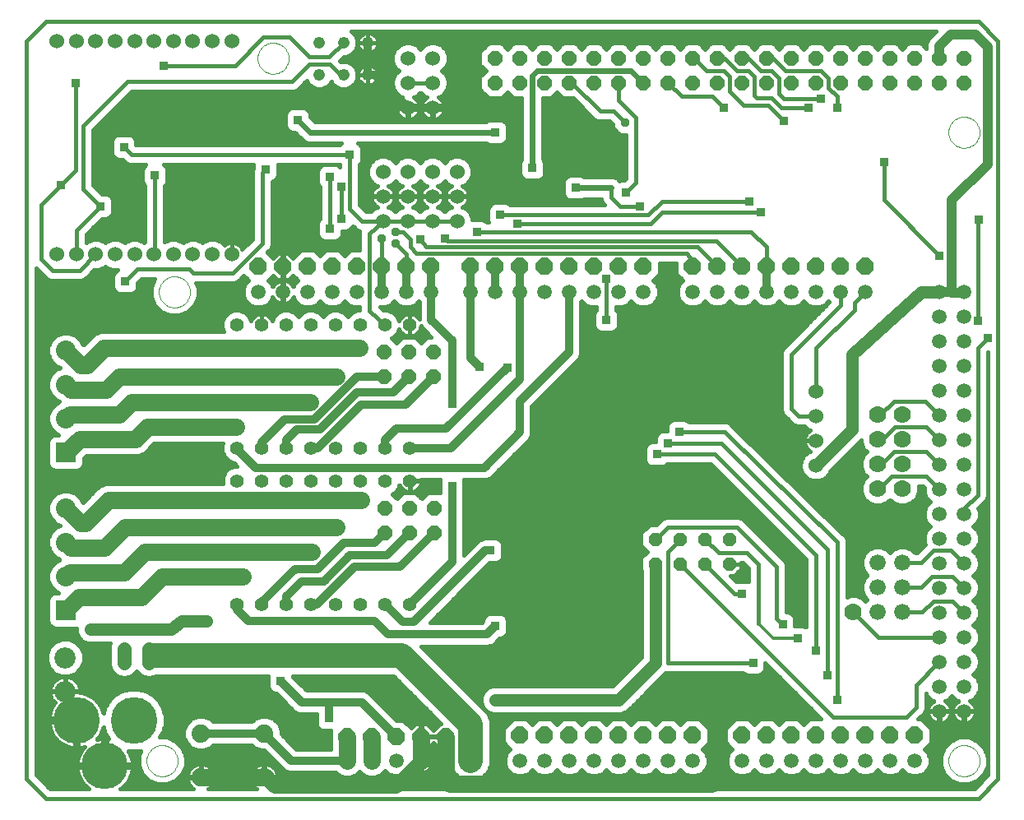
<source format=gbl>
G75*
G70*
%OFA0B0*%
%FSLAX24Y24*%
%IPPOS*%
%LPD*%
%AMOC8*
5,1,8,0,0,1.08239X$1,22.5*
%
%ADD10C,0.0160*%
%ADD11C,0.0000*%
%ADD12C,0.0600*%
%ADD13C,0.0594*%
%ADD14OC8,0.0600*%
%ADD15C,0.0700*%
%ADD16OC8,0.0560*%
%ADD17C,0.0554*%
%ADD18C,0.1890*%
%ADD19C,0.0560*%
%ADD20R,0.0800X0.0800*%
%ADD21C,0.0800*%
%ADD22C,0.0860*%
%ADD23C,0.0740*%
%ADD24C,0.0476*%
%ADD25OC8,0.0700*%
%ADD26C,0.0660*%
%ADD27C,0.0700*%
%ADD28C,0.0320*%
%ADD29R,0.0356X0.0356*%
%ADD30C,0.0500*%
%ADD31OC8,0.0356*%
%ADD32C,0.0240*%
%ADD33C,0.0400*%
%ADD34C,0.0120*%
%ADD35C,0.1000*%
D10*
X002702Y003185D02*
X040498Y003185D01*
X041285Y003972D01*
X041285Y033894D01*
X040498Y034681D01*
X002702Y034681D01*
X001915Y033894D01*
X001915Y003972D01*
X002702Y003185D01*
X002868Y003585D02*
X002315Y004138D01*
X002315Y024669D01*
X002738Y024246D01*
X002885Y024185D01*
X003045Y024185D01*
X004145Y024185D01*
X004292Y024246D01*
X004404Y024358D01*
X004658Y024612D01*
X004845Y024612D01*
X005073Y024706D01*
X005116Y024749D01*
X005158Y024706D01*
X005386Y024612D01*
X005623Y024612D01*
X005556Y024584D01*
X005466Y024494D01*
X005417Y024377D01*
X005417Y023893D01*
X005466Y023775D01*
X005556Y023685D01*
X005673Y023637D01*
X006157Y023637D01*
X006965Y023637D01*
X006965Y023527D02*
X007110Y023178D01*
X007377Y022911D01*
X007726Y022766D01*
X008104Y022766D01*
X008453Y022911D01*
X008720Y023178D01*
X008865Y023527D01*
X008865Y023905D01*
X008790Y024085D01*
X010345Y024085D01*
X010492Y024146D01*
X010604Y024258D01*
X010724Y024378D01*
X010914Y024188D01*
X010792Y024066D01*
X010698Y023839D01*
X010698Y023594D01*
X010792Y023367D01*
X010966Y023193D01*
X011192Y023100D01*
X011438Y023100D01*
X011664Y023193D01*
X011838Y023367D01*
X011892Y023497D01*
X011907Y023466D01*
X011951Y023406D01*
X012004Y023353D01*
X012065Y023309D01*
X012132Y023274D01*
X012203Y023251D01*
X012277Y023240D01*
X012296Y023240D01*
X012296Y023698D01*
X012333Y023698D01*
X012333Y023240D01*
X012352Y023240D01*
X012427Y023251D01*
X012498Y023274D01*
X012565Y023309D01*
X012626Y023353D01*
X012679Y023406D01*
X012723Y023466D01*
X012738Y023497D01*
X012792Y023367D01*
X012966Y023193D01*
X013192Y023100D01*
X013438Y023100D01*
X013664Y023193D01*
X013815Y023344D01*
X013966Y023193D01*
X014192Y023100D01*
X014438Y023100D01*
X014664Y023193D01*
X014815Y023344D01*
X014966Y023193D01*
X015192Y023100D01*
X015415Y023100D01*
X015415Y023030D01*
X015412Y023022D01*
X015414Y022979D01*
X015324Y022979D01*
X015104Y022888D01*
X014943Y022726D01*
X014781Y022888D01*
X014561Y022979D01*
X014324Y022979D01*
X014104Y022888D01*
X013943Y022726D01*
X013781Y022888D01*
X013561Y022979D01*
X013324Y022979D01*
X013104Y022888D01*
X012943Y022726D01*
X012781Y022888D01*
X012561Y022979D01*
X012324Y022979D01*
X012104Y022888D01*
X011936Y022720D01*
X011867Y022554D01*
X011866Y022557D01*
X011834Y022621D01*
X011791Y022680D01*
X011740Y022730D01*
X011682Y022773D01*
X011618Y022805D01*
X011550Y022828D01*
X011479Y022839D01*
X011451Y022839D01*
X011451Y022391D01*
X011434Y022391D01*
X011434Y022839D01*
X011407Y022839D01*
X011335Y022828D01*
X011267Y022805D01*
X011203Y022773D01*
X011145Y022730D01*
X011094Y022680D01*
X011052Y022621D01*
X011019Y022557D01*
X011018Y022554D01*
X010949Y022720D01*
X010781Y022888D01*
X010561Y022979D01*
X010324Y022979D01*
X010104Y022888D01*
X009936Y022720D01*
X009845Y022501D01*
X009845Y022263D01*
X009911Y022105D01*
X004916Y022105D01*
X004670Y022003D01*
X004481Y021814D01*
X004232Y021565D01*
X004175Y021622D01*
X004125Y021742D01*
X003923Y021945D01*
X003658Y022054D01*
X003372Y022054D01*
X003107Y021945D01*
X002905Y021742D01*
X002795Y021478D01*
X002795Y021191D01*
X002905Y020927D01*
X003107Y020724D01*
X003228Y020674D01*
X003268Y020634D01*
X003107Y020567D01*
X002905Y020364D01*
X002795Y020100D01*
X002795Y019813D01*
X002905Y019549D01*
X003107Y019346D01*
X003228Y019296D01*
X003256Y019268D01*
X003228Y019239D01*
X003107Y019189D01*
X002905Y018986D01*
X002795Y018722D01*
X002315Y018722D01*
X002315Y018564D02*
X002795Y018564D01*
X002795Y018435D02*
X002905Y018171D01*
X003107Y017968D01*
X003222Y017921D01*
X003051Y017921D01*
X002934Y017872D01*
X002844Y017782D01*
X002795Y017664D01*
X002795Y016737D01*
X002844Y016619D01*
X002934Y016529D01*
X003051Y016481D01*
X003979Y016481D01*
X004096Y016529D01*
X004186Y016619D01*
X004235Y016737D01*
X004235Y016973D01*
X004342Y017081D01*
X006197Y017081D01*
X006464Y017081D01*
X006710Y017183D01*
X007092Y017565D01*
X009872Y017565D01*
X009845Y017501D01*
X009845Y017263D01*
X009936Y017043D01*
X010104Y016875D01*
X010324Y016785D01*
X010336Y016785D01*
X010461Y016660D01*
X010343Y016660D01*
X010124Y016569D01*
X009956Y016401D01*
X009865Y016182D01*
X009865Y015955D01*
X005113Y015955D01*
X004867Y015853D01*
X004678Y015664D01*
X004208Y015195D01*
X004175Y015228D01*
X004125Y015349D01*
X003923Y015551D01*
X003658Y015661D01*
X003372Y015661D01*
X003107Y015551D01*
X002905Y015349D01*
X002795Y015084D01*
X002795Y014798D01*
X002905Y014533D01*
X003107Y014330D01*
X003228Y014280D01*
X003268Y014240D01*
X003107Y014173D01*
X002905Y013971D01*
X002795Y013706D01*
X002795Y013420D01*
X002905Y013155D01*
X003107Y012952D01*
X003228Y012902D01*
X003256Y012874D01*
X003228Y012845D01*
X003107Y012795D01*
X002905Y012593D01*
X002795Y012328D01*
X002795Y012042D01*
X002905Y011777D01*
X003107Y011574D01*
X003222Y011527D01*
X003051Y011527D01*
X002934Y011478D01*
X002844Y011388D01*
X002795Y011271D01*
X002315Y011271D01*
X002315Y011429D02*
X002885Y011429D01*
X002795Y011271D02*
X002795Y010343D01*
X002844Y010226D01*
X002934Y010136D01*
X003051Y010087D01*
X003945Y010087D01*
X003945Y009921D01*
X004032Y009712D01*
X004064Y009680D01*
X004066Y009675D01*
X004156Y009585D01*
X004160Y009584D01*
X004192Y009552D01*
X004402Y009465D01*
X005324Y009465D01*
X005286Y009374D01*
X005286Y008575D01*
X005378Y008355D01*
X005546Y008186D01*
X005767Y008095D01*
X006006Y008095D01*
X006226Y008186D01*
X006386Y008346D01*
X006546Y008186D01*
X006767Y008095D01*
X007006Y008095D01*
X007150Y008155D01*
X007288Y008155D01*
X011717Y008155D01*
X011717Y007693D01*
X011766Y007575D01*
X011856Y007485D01*
X011973Y007437D01*
X012034Y007437D01*
X012793Y006678D01*
X012969Y006605D01*
X013160Y006605D01*
X013667Y006605D01*
X013667Y006193D01*
X013716Y006075D01*
X013806Y005985D01*
X013923Y005937D01*
X014245Y005937D01*
X014245Y005407D01*
X014245Y005196D01*
X012852Y005196D01*
X012235Y005814D01*
X012235Y005962D01*
X012130Y006216D01*
X011936Y006410D01*
X011682Y006515D01*
X011408Y006515D01*
X011154Y006410D01*
X011049Y006305D01*
X009481Y006305D01*
X009376Y006410D01*
X009122Y006515D01*
X008848Y006515D01*
X008594Y006410D01*
X008400Y006216D01*
X008295Y005962D01*
X008295Y005688D01*
X008400Y005434D01*
X008594Y005240D01*
X008848Y005135D01*
X009122Y005135D01*
X009376Y005240D01*
X009481Y005345D01*
X011049Y005345D01*
X011154Y005240D01*
X011408Y005135D01*
X011556Y005135D01*
X012382Y004309D01*
X012558Y004236D01*
X012749Y004236D01*
X014447Y004236D01*
X014535Y004148D01*
X014782Y004046D01*
X015048Y004046D01*
X015294Y004148D01*
X015415Y004269D01*
X015535Y004148D01*
X015782Y004046D01*
X016048Y004046D01*
X016294Y004148D01*
X016453Y004306D01*
X016566Y004193D01*
X016792Y004100D01*
X017038Y004100D01*
X017264Y004193D01*
X017438Y004367D01*
X017492Y004497D01*
X017507Y004466D01*
X017551Y004406D01*
X017604Y004353D01*
X017665Y004309D01*
X017732Y004274D01*
X017803Y004251D01*
X017877Y004240D01*
X017896Y004240D01*
X017896Y004698D01*
X017933Y004698D01*
X017933Y004240D01*
X017952Y004240D01*
X018027Y004251D01*
X018098Y004274D01*
X018165Y004309D01*
X018226Y004353D01*
X018279Y004406D01*
X018323Y004466D01*
X018357Y004533D01*
X018380Y004605D01*
X018392Y004679D01*
X018392Y004698D01*
X017934Y004698D01*
X017934Y004735D01*
X018392Y004735D01*
X018392Y004754D01*
X018380Y004828D01*
X018357Y004899D01*
X018323Y004966D01*
X018279Y005027D01*
X018226Y005080D01*
X018165Y005124D01*
X018105Y005155D01*
X018134Y005155D01*
X018415Y005435D01*
X018695Y005155D01*
X018725Y005155D01*
X018665Y005124D01*
X018604Y005080D01*
X018551Y005027D01*
X018507Y004966D01*
X018473Y004899D01*
X018450Y004828D01*
X018438Y004754D01*
X018438Y004735D01*
X018896Y004735D01*
X018896Y004698D01*
X018438Y004698D01*
X018438Y004679D01*
X018450Y004605D01*
X018473Y004533D01*
X018507Y004466D01*
X018551Y004406D01*
X018604Y004353D01*
X018665Y004309D01*
X018732Y004274D01*
X018803Y004251D01*
X018877Y004240D01*
X018896Y004240D01*
X018896Y004698D01*
X018933Y004698D01*
X018933Y004240D01*
X018952Y004240D01*
X019027Y004251D01*
X019098Y004274D01*
X019165Y004309D01*
X019189Y004326D01*
X019220Y004252D01*
X019450Y004021D01*
X019752Y003896D01*
X020078Y003896D01*
X020379Y004021D01*
X020610Y004252D01*
X020735Y004553D01*
X020735Y006348D01*
X020610Y006649D01*
X020379Y006880D01*
X017905Y009355D01*
X020469Y009355D01*
X020660Y009355D01*
X020837Y009428D01*
X021096Y009687D01*
X021157Y009687D01*
X021274Y009735D01*
X021364Y009825D01*
X021413Y009943D01*
X021413Y010427D01*
X021364Y010544D01*
X021274Y010634D01*
X021157Y010683D01*
X020673Y010683D01*
X020556Y010634D01*
X020466Y010544D01*
X020417Y010427D01*
X020417Y010366D01*
X020366Y010315D01*
X018274Y010315D01*
X020696Y012737D01*
X020957Y012737D01*
X021074Y012785D01*
X021164Y012875D01*
X021213Y012993D01*
X021213Y013477D01*
X021164Y013594D01*
X021074Y013684D01*
X020957Y013733D01*
X020473Y013733D01*
X020429Y013715D01*
X020419Y013715D01*
X020243Y013642D01*
X019645Y013044D01*
X019645Y015549D01*
X019663Y015593D01*
X019663Y016077D01*
X019651Y016105D01*
X020369Y016105D01*
X020560Y016105D01*
X020737Y016178D01*
X022187Y017628D01*
X022322Y017763D01*
X022395Y017939D01*
X022395Y019086D01*
X024187Y020878D01*
X024322Y021013D01*
X024395Y021189D01*
X024395Y023324D01*
X024415Y023344D01*
X024566Y023193D01*
X024792Y023100D01*
X025015Y023100D01*
X025015Y022994D01*
X024966Y022944D01*
X024917Y022827D01*
X024917Y022343D01*
X024966Y022225D01*
X025056Y022135D01*
X025173Y022087D01*
X025657Y022087D01*
X025774Y022135D01*
X025864Y022225D01*
X025913Y022343D01*
X025913Y022827D01*
X025864Y022944D01*
X025815Y022994D01*
X025815Y023100D01*
X026038Y023100D01*
X026264Y023193D01*
X026415Y023344D01*
X026566Y023193D01*
X026792Y023100D01*
X027038Y023100D01*
X027264Y023193D01*
X027438Y023367D01*
X027532Y023594D01*
X027532Y023839D01*
X027438Y024066D01*
X027316Y024188D01*
X027585Y024457D01*
X027585Y024885D01*
X028245Y024885D01*
X028245Y024457D01*
X028514Y024188D01*
X028392Y024066D01*
X028298Y023839D01*
X028298Y023594D01*
X028392Y023367D01*
X028566Y023193D01*
X028792Y023100D01*
X029038Y023100D01*
X029264Y023193D01*
X029415Y023344D01*
X029566Y023193D01*
X029792Y023100D01*
X030038Y023100D01*
X030264Y023193D01*
X030415Y023344D01*
X030566Y023193D01*
X030792Y023100D01*
X031038Y023100D01*
X031264Y023193D01*
X031415Y023344D01*
X031566Y023193D01*
X031792Y023100D01*
X032038Y023100D01*
X032264Y023193D01*
X032415Y023344D01*
X032566Y023193D01*
X032792Y023100D01*
X033038Y023100D01*
X033264Y023193D01*
X033415Y023344D01*
X033566Y023193D01*
X033792Y023100D01*
X034038Y023100D01*
X034264Y023193D01*
X034415Y023344D01*
X034462Y023297D01*
X032576Y021411D01*
X032515Y021264D01*
X032515Y021105D01*
X032515Y019064D01*
X032515Y018905D01*
X032576Y018758D01*
X032876Y018458D01*
X032988Y018346D01*
X033135Y018285D01*
X033438Y018285D01*
X033564Y018159D01*
X033688Y018108D01*
X033663Y018095D01*
X033602Y018051D01*
X033549Y017998D01*
X033504Y017936D01*
X033470Y017869D01*
X033447Y017797D01*
X033435Y017723D01*
X033435Y017705D01*
X033895Y017705D01*
X033895Y017665D01*
X033435Y017665D01*
X033435Y017647D01*
X033447Y017572D01*
X033470Y017501D01*
X033504Y017433D01*
X033549Y017372D01*
X033602Y017319D01*
X033663Y017274D01*
X033687Y017263D01*
X033684Y017260D01*
X033564Y017210D01*
X033389Y017036D01*
X033295Y016808D01*
X033295Y016562D01*
X033389Y016334D01*
X033564Y016159D01*
X033792Y016065D01*
X034038Y016065D01*
X034266Y016159D01*
X034441Y016334D01*
X034491Y016454D01*
X035745Y017709D01*
X035745Y017602D01*
X035847Y017355D01*
X035967Y017235D01*
X035847Y017114D01*
X035745Y016868D01*
X035745Y016602D01*
X035847Y016355D01*
X035967Y016235D01*
X035847Y016114D01*
X035745Y015868D01*
X035745Y015602D01*
X035847Y015355D01*
X036035Y015167D01*
X036282Y015065D01*
X036548Y015065D01*
X036794Y015167D01*
X036915Y015287D01*
X037035Y015167D01*
X037282Y015065D01*
X037548Y015065D01*
X037794Y015167D01*
X037983Y015355D01*
X038085Y015602D01*
X038085Y015835D01*
X038231Y015835D01*
X038298Y015768D01*
X038298Y015594D01*
X038392Y015367D01*
X038543Y015216D01*
X038392Y015066D01*
X038298Y014839D01*
X038298Y014594D01*
X038392Y014367D01*
X038543Y014216D01*
X038392Y014066D01*
X038298Y013839D01*
X038298Y013594D01*
X038345Y013481D01*
X038326Y013461D01*
X037999Y013135D01*
X037934Y013135D01*
X037783Y013286D01*
X037544Y013385D01*
X037286Y013385D01*
X037047Y013286D01*
X036915Y013154D01*
X036783Y013286D01*
X036544Y013385D01*
X036286Y013385D01*
X036047Y013286D01*
X035864Y013103D01*
X035765Y012864D01*
X035765Y012606D01*
X035864Y012367D01*
X035996Y012235D01*
X035864Y012103D01*
X035765Y011864D01*
X035765Y011606D01*
X035864Y011367D01*
X035996Y011235D01*
X035929Y011168D01*
X035794Y011303D01*
X035548Y011405D01*
X035282Y011405D01*
X035165Y011356D01*
X035165Y013508D01*
X035166Y013510D01*
X035165Y013588D01*
X035165Y013664D01*
X035164Y013667D01*
X035164Y013669D01*
X035134Y013740D01*
X035104Y013811D01*
X035102Y013813D01*
X035101Y013815D01*
X035046Y013870D01*
X034992Y013924D01*
X034989Y013925D01*
X030495Y018320D01*
X030442Y018374D01*
X030439Y018375D01*
X030438Y018376D01*
X030365Y018406D01*
X030295Y018435D01*
X030292Y018435D01*
X030290Y018436D01*
X030212Y018435D01*
X028774Y018435D01*
X028724Y018484D01*
X028607Y018533D01*
X028123Y018533D01*
X028006Y018484D01*
X027916Y018394D01*
X027867Y018277D01*
X027867Y018083D01*
X027673Y018083D01*
X027556Y018034D01*
X027466Y017944D01*
X027417Y017827D01*
X027417Y017633D01*
X027223Y017633D01*
X027106Y017584D01*
X027016Y017494D01*
X026967Y017377D01*
X026967Y016893D01*
X027016Y016775D01*
X027106Y016685D01*
X027223Y016637D01*
X027707Y016637D01*
X027824Y016685D01*
X027874Y016735D01*
X029649Y016735D01*
X033515Y012869D01*
X033515Y010138D01*
X033407Y010183D01*
X033063Y010183D01*
X033063Y010477D01*
X033014Y010594D01*
X032924Y010684D01*
X032807Y010733D01*
X032715Y010733D01*
X032715Y012664D01*
X032654Y012811D01*
X032542Y012924D01*
X030942Y014524D01*
X030795Y014585D01*
X030635Y014585D01*
X027835Y014585D01*
X027688Y014524D01*
X027576Y014411D01*
X027449Y014285D01*
X027166Y014285D01*
X026815Y013933D01*
X026815Y013436D01*
X027066Y013185D01*
X026815Y012933D01*
X026815Y012436D01*
X026845Y012406D01*
X026845Y008921D01*
X025679Y007755D01*
X020802Y007755D01*
X020592Y007668D01*
X020560Y007636D01*
X020556Y007634D01*
X020466Y007544D01*
X020464Y007540D01*
X020432Y007508D01*
X020345Y007298D01*
X020345Y007071D01*
X020432Y006862D01*
X020464Y006830D01*
X020466Y006825D01*
X020556Y006735D01*
X020560Y006734D01*
X020592Y006702D01*
X020802Y006615D01*
X026028Y006615D01*
X026238Y006702D01*
X026398Y006862D01*
X027825Y008289D01*
X027835Y008285D01*
X027995Y008285D01*
X030956Y008285D01*
X031006Y008235D01*
X031123Y008187D01*
X031607Y008187D01*
X031724Y008235D01*
X031814Y008325D01*
X031863Y008443D01*
X031863Y008671D01*
X034129Y006405D01*
X033637Y006405D01*
X033415Y006182D01*
X033192Y006405D01*
X032637Y006405D01*
X032415Y006182D01*
X032192Y006405D01*
X031637Y006405D01*
X031415Y006182D01*
X031192Y006405D01*
X030637Y006405D01*
X030245Y006012D01*
X030245Y005457D01*
X030514Y005188D01*
X030392Y005066D01*
X030298Y004839D01*
X030298Y004594D01*
X030392Y004367D01*
X030566Y004193D01*
X030792Y004100D01*
X031038Y004100D01*
X031264Y004193D01*
X031415Y004344D01*
X031566Y004193D01*
X031792Y004100D01*
X032038Y004100D01*
X032264Y004193D01*
X032415Y004344D01*
X032566Y004193D01*
X032792Y004100D01*
X033038Y004100D01*
X033264Y004193D01*
X033415Y004344D01*
X033566Y004193D01*
X033792Y004100D01*
X034038Y004100D01*
X034264Y004193D01*
X034415Y004344D01*
X034566Y004193D01*
X034792Y004100D01*
X035038Y004100D01*
X035264Y004193D01*
X035415Y004344D01*
X035566Y004193D01*
X035792Y004100D01*
X036038Y004100D01*
X036264Y004193D01*
X036415Y004344D01*
X036566Y004193D01*
X036792Y004100D01*
X037038Y004100D01*
X037264Y004193D01*
X037415Y004344D01*
X037566Y004193D01*
X037792Y004100D01*
X038038Y004100D01*
X038264Y004193D01*
X038438Y004367D01*
X038532Y004594D01*
X038532Y004839D01*
X038438Y005066D01*
X038316Y005188D01*
X038585Y005457D01*
X038585Y006012D01*
X038192Y006405D01*
X038051Y006405D01*
X038304Y006658D01*
X038365Y006805D01*
X038365Y006964D01*
X038365Y007432D01*
X038392Y007367D01*
X038566Y007193D01*
X038695Y007140D01*
X038665Y007124D01*
X038604Y007080D01*
X038551Y007027D01*
X038507Y006966D01*
X038473Y006899D01*
X038450Y006828D01*
X038438Y006754D01*
X038438Y006735D01*
X038896Y006735D01*
X038896Y006698D01*
X038438Y006698D01*
X038438Y006679D01*
X038450Y006605D01*
X038473Y006533D01*
X038507Y006466D01*
X038551Y006406D01*
X038604Y006353D01*
X038665Y006309D01*
X038732Y006274D01*
X038803Y006251D01*
X038877Y006240D01*
X038896Y006240D01*
X038896Y006698D01*
X038933Y006698D01*
X038933Y006240D01*
X038952Y006240D01*
X039027Y006251D01*
X039098Y006274D01*
X039165Y006309D01*
X039226Y006353D01*
X039279Y006406D01*
X039323Y006466D01*
X039357Y006533D01*
X039380Y006605D01*
X039392Y006679D01*
X039392Y006698D01*
X038934Y006698D01*
X038934Y006735D01*
X039392Y006735D01*
X039392Y006754D01*
X039380Y006828D01*
X039357Y006899D01*
X039323Y006966D01*
X039279Y007027D01*
X039226Y007080D01*
X039165Y007124D01*
X039134Y007140D01*
X039264Y007193D01*
X039415Y007344D01*
X039566Y007193D01*
X039695Y007140D01*
X039665Y007124D01*
X039604Y007080D01*
X039551Y007027D01*
X039507Y006966D01*
X039473Y006899D01*
X039450Y006828D01*
X039438Y006754D01*
X039438Y006735D01*
X039896Y006735D01*
X039896Y006698D01*
X039438Y006698D01*
X039438Y006679D01*
X039450Y006605D01*
X039473Y006533D01*
X039507Y006466D01*
X039551Y006406D01*
X039604Y006353D01*
X039665Y006309D01*
X039732Y006274D01*
X039803Y006251D01*
X039877Y006240D01*
X039896Y006240D01*
X039896Y006698D01*
X039933Y006698D01*
X039933Y006240D01*
X039952Y006240D01*
X040027Y006251D01*
X040098Y006274D01*
X040165Y006309D01*
X040226Y006353D01*
X040279Y006406D01*
X040323Y006466D01*
X040357Y006533D01*
X040380Y006605D01*
X040392Y006679D01*
X040392Y006698D01*
X039934Y006698D01*
X039934Y006735D01*
X040392Y006735D01*
X040392Y006754D01*
X040380Y006828D01*
X040357Y006899D01*
X040323Y006966D01*
X040279Y007027D01*
X040226Y007080D01*
X040165Y007124D01*
X040134Y007140D01*
X040264Y007193D01*
X040438Y007367D01*
X040532Y007594D01*
X040532Y007839D01*
X040438Y008066D01*
X040287Y008216D01*
X040438Y008367D01*
X040532Y008594D01*
X040532Y008839D01*
X040438Y009066D01*
X040287Y009216D01*
X040438Y009367D01*
X040532Y009594D01*
X040532Y009839D01*
X040438Y010066D01*
X040287Y010216D01*
X040438Y010367D01*
X040532Y010594D01*
X040532Y010839D01*
X040438Y011066D01*
X040287Y011216D01*
X040438Y011367D01*
X040532Y011594D01*
X040532Y011839D01*
X040438Y012066D01*
X040287Y012216D01*
X040438Y012367D01*
X040532Y012594D01*
X040532Y012839D01*
X040438Y013066D01*
X040287Y013216D01*
X040438Y013367D01*
X040532Y013594D01*
X040532Y013839D01*
X040438Y014066D01*
X040287Y014216D01*
X040438Y014367D01*
X040532Y014594D01*
X040532Y014839D01*
X040489Y014943D01*
X040692Y015146D01*
X040804Y015258D01*
X040865Y015405D01*
X040865Y021269D01*
X040885Y021289D01*
X040885Y004138D01*
X040332Y003585D01*
X011847Y003585D01*
X011903Y003625D01*
X011964Y003687D01*
X012015Y003757D01*
X012055Y003834D01*
X012081Y003916D01*
X012095Y004002D01*
X012095Y004025D01*
X011565Y004025D01*
X011565Y004065D01*
X011525Y004065D01*
X011525Y004595D01*
X011502Y004595D01*
X011416Y004581D01*
X011334Y004555D01*
X011257Y004515D01*
X011187Y004464D01*
X011125Y004403D01*
X011075Y004333D01*
X011035Y004256D01*
X011009Y004174D01*
X010995Y004088D01*
X010995Y004065D01*
X011525Y004065D01*
X011525Y004025D01*
X010995Y004025D01*
X010995Y004002D01*
X011009Y003916D01*
X011035Y003834D01*
X011075Y003757D01*
X011125Y003687D01*
X011187Y003625D01*
X011242Y003585D01*
X009287Y003585D01*
X009343Y003625D01*
X009404Y003687D01*
X009455Y003757D01*
X009495Y003834D01*
X009521Y003916D01*
X009535Y004002D01*
X009535Y004025D01*
X009005Y004025D01*
X009005Y004065D01*
X008965Y004065D01*
X008965Y004595D01*
X008942Y004595D01*
X008856Y004581D01*
X008774Y004555D01*
X008697Y004515D01*
X008627Y004464D01*
X008565Y004403D01*
X008515Y004333D01*
X008475Y004256D01*
X008449Y004174D01*
X008435Y004088D01*
X008435Y004065D01*
X008965Y004065D01*
X008965Y004025D01*
X008435Y004025D01*
X008435Y004002D01*
X008449Y003916D01*
X008475Y003834D01*
X008515Y003757D01*
X008565Y003687D01*
X008627Y003625D01*
X008682Y003585D01*
X005727Y003585D01*
X005740Y003593D01*
X005839Y003672D01*
X005928Y003761D01*
X006007Y003860D01*
X006074Y003967D01*
X006129Y004080D01*
X006171Y004200D01*
X006199Y004323D01*
X006211Y004432D01*
X005168Y004432D01*
X005168Y004592D01*
X005008Y004592D01*
X005008Y005635D01*
X004899Y005622D01*
X004776Y005594D01*
X004766Y005591D01*
X004786Y005611D01*
X004865Y005710D01*
X004932Y005817D01*
X004987Y005931D01*
X005029Y006050D01*
X005036Y006079D01*
X005091Y005874D01*
X005233Y005627D01*
X005168Y005635D01*
X005168Y004592D01*
X006211Y004592D01*
X006199Y004700D01*
X006171Y004824D01*
X006129Y004943D01*
X006074Y005057D01*
X006038Y005115D01*
X006103Y005097D01*
X006436Y005097D01*
X006558Y005130D01*
X006465Y004905D01*
X006465Y004527D01*
X006610Y004178D01*
X006877Y003911D01*
X007226Y003766D01*
X007604Y003766D01*
X007953Y003911D01*
X008220Y004178D01*
X008365Y004527D01*
X008365Y004905D01*
X008220Y005254D01*
X007953Y005522D01*
X007604Y005666D01*
X007328Y005666D01*
X007448Y005874D01*
X007534Y006195D01*
X007534Y006529D01*
X007448Y006850D01*
X007281Y007139D01*
X007046Y007374D01*
X006758Y007541D01*
X006436Y007627D01*
X006103Y007627D01*
X005781Y007541D01*
X005493Y007374D01*
X005257Y007139D01*
X005091Y006850D01*
X005036Y006645D01*
X005029Y006674D01*
X004987Y006793D01*
X004932Y006907D01*
X004865Y007014D01*
X004786Y007113D01*
X004697Y007202D01*
X004598Y007281D01*
X004491Y007348D01*
X004378Y007403D01*
X004258Y007445D01*
X004135Y007473D01*
X004094Y007477D01*
X004094Y007497D01*
X003503Y007497D01*
X003503Y007534D01*
X003466Y007534D01*
X003466Y008125D01*
X003436Y008125D01*
X003341Y008110D01*
X003250Y008080D01*
X003165Y008037D01*
X003087Y007980D01*
X003019Y007913D01*
X002963Y007835D01*
X002919Y007749D01*
X002889Y007658D01*
X002874Y007563D01*
X002874Y007534D01*
X003466Y007534D01*
X003466Y007497D01*
X002874Y007497D01*
X002874Y007467D01*
X002889Y007372D01*
X002919Y007281D01*
X002963Y007195D01*
X003019Y007118D01*
X003070Y007067D01*
X003028Y007014D01*
X002960Y006907D01*
X002906Y006793D01*
X002864Y006674D01*
X002836Y006551D01*
X002823Y006442D01*
X003866Y006442D01*
X003866Y006282D01*
X002823Y006282D01*
X002836Y006173D01*
X002864Y006050D01*
X002906Y005931D01*
X002960Y005817D01*
X003028Y005710D01*
X003106Y005611D01*
X003196Y005522D01*
X003294Y005443D01*
X003401Y005376D01*
X003515Y005321D01*
X003635Y005279D01*
X003758Y005251D01*
X003866Y005239D01*
X003866Y006282D01*
X004026Y006282D01*
X004026Y005239D01*
X004135Y005251D01*
X004258Y005279D01*
X004269Y005283D01*
X004248Y005262D01*
X004169Y005164D01*
X004102Y005057D01*
X004047Y004943D01*
X004006Y004824D01*
X003977Y004700D01*
X003965Y004592D01*
X005008Y004592D01*
X005008Y004432D01*
X003965Y004432D01*
X003977Y004323D01*
X004006Y004200D01*
X004047Y004080D01*
X004102Y003967D01*
X004169Y003860D01*
X004248Y003761D01*
X004337Y003672D01*
X004436Y003593D01*
X004449Y003585D01*
X002868Y003585D01*
X002792Y003661D02*
X004351Y003661D01*
X004202Y003819D02*
X002634Y003819D01*
X002475Y003978D02*
X004097Y003978D01*
X004028Y004136D02*
X002317Y004136D01*
X002315Y004295D02*
X003984Y004295D01*
X003967Y004612D02*
X002315Y004612D01*
X002315Y004770D02*
X003993Y004770D01*
X004042Y004929D02*
X002315Y004929D01*
X002315Y005087D02*
X004121Y005087D01*
X004088Y005246D02*
X004235Y005246D01*
X004026Y005246D02*
X003866Y005246D01*
X003805Y005246D02*
X002315Y005246D01*
X002315Y005404D02*
X003356Y005404D01*
X003155Y005563D02*
X002315Y005563D01*
X002315Y005722D02*
X003020Y005722D01*
X002930Y005880D02*
X002315Y005880D01*
X002315Y006039D02*
X002868Y006039D01*
X002833Y006197D02*
X002315Y006197D01*
X002315Y006356D02*
X003866Y006356D01*
X003866Y006197D02*
X004026Y006197D01*
X004026Y006039D02*
X003866Y006039D01*
X003866Y005880D02*
X004026Y005880D01*
X004026Y005722D02*
X003866Y005722D01*
X003866Y005563D02*
X004026Y005563D01*
X004026Y005404D02*
X003866Y005404D01*
X004872Y005722D02*
X005178Y005722D01*
X005168Y005563D02*
X005008Y005563D01*
X005008Y005404D02*
X005168Y005404D01*
X005168Y005246D02*
X005008Y005246D01*
X005008Y005087D02*
X005168Y005087D01*
X005168Y004929D02*
X005008Y004929D01*
X005008Y004770D02*
X005168Y004770D01*
X005168Y004612D02*
X005008Y004612D01*
X005008Y004453D02*
X002315Y004453D01*
X002315Y006514D02*
X002832Y006514D01*
X002864Y006673D02*
X002315Y006673D01*
X002315Y006831D02*
X002924Y006831D01*
X003013Y006990D02*
X002315Y006990D01*
X002315Y007148D02*
X002997Y007148D01*
X002910Y007307D02*
X002315Y007307D01*
X002315Y007466D02*
X002874Y007466D01*
X002884Y007624D02*
X002315Y007624D01*
X002315Y007783D02*
X002936Y007783D01*
X003048Y007941D02*
X002315Y007941D01*
X002315Y008100D02*
X003309Y008100D01*
X003335Y008143D02*
X003633Y008143D01*
X003909Y008257D01*
X004120Y008468D01*
X004234Y008744D01*
X004234Y009042D01*
X004120Y009318D01*
X003909Y009529D01*
X003633Y009643D01*
X003335Y009643D01*
X003059Y009529D01*
X002848Y009318D01*
X002734Y009042D01*
X002734Y008744D01*
X002848Y008468D01*
X003059Y008257D01*
X003335Y008143D01*
X003466Y008100D02*
X003503Y008100D01*
X003503Y008125D02*
X003503Y007534D01*
X004094Y007534D01*
X004094Y007563D01*
X004079Y007658D01*
X004050Y007749D01*
X004006Y007835D01*
X003949Y007913D01*
X003882Y007980D01*
X003804Y008037D01*
X003718Y008080D01*
X003627Y008110D01*
X003532Y008125D01*
X003503Y008125D01*
X003659Y008100D02*
X005755Y008100D01*
X006018Y008100D02*
X006755Y008100D01*
X007018Y008100D02*
X011717Y008100D01*
X011717Y007941D02*
X003921Y007941D01*
X004033Y007783D02*
X011717Y007783D01*
X011745Y007624D02*
X006446Y007624D01*
X006092Y007624D02*
X004085Y007624D01*
X004167Y007466D02*
X005651Y007466D01*
X005425Y007307D02*
X004557Y007307D01*
X004751Y007148D02*
X005267Y007148D01*
X005171Y006990D02*
X004880Y006990D01*
X004969Y006831D02*
X005086Y006831D01*
X005043Y006673D02*
X005029Y006673D01*
X005025Y006039D02*
X005046Y006039D01*
X005089Y005880D02*
X004963Y005880D01*
X006055Y005087D02*
X006540Y005087D01*
X006475Y004929D02*
X006134Y004929D01*
X006183Y004770D02*
X006465Y004770D01*
X006465Y004612D02*
X006209Y004612D01*
X006192Y004295D02*
X006561Y004295D01*
X006496Y004453D02*
X005168Y004453D01*
X005975Y003819D02*
X007099Y003819D01*
X006810Y003978D02*
X006079Y003978D01*
X006149Y004136D02*
X006652Y004136D01*
X005825Y003661D02*
X008591Y003661D01*
X008483Y003819D02*
X007731Y003819D01*
X008020Y003978D02*
X008439Y003978D01*
X008443Y004136D02*
X008178Y004136D01*
X008268Y004295D02*
X008495Y004295D01*
X008616Y004453D02*
X008334Y004453D01*
X008365Y004612D02*
X012079Y004612D01*
X011921Y004770D02*
X008365Y004770D01*
X008355Y004929D02*
X011762Y004929D01*
X011604Y005087D02*
X008289Y005087D01*
X008224Y005246D02*
X008588Y005246D01*
X008430Y005404D02*
X008070Y005404D01*
X007853Y005563D02*
X008347Y005563D01*
X008295Y005722D02*
X007360Y005722D01*
X007450Y005880D02*
X008295Y005880D01*
X008327Y006039D02*
X007492Y006039D01*
X007534Y006197D02*
X008392Y006197D01*
X008540Y006356D02*
X007534Y006356D01*
X007534Y006514D02*
X008846Y006514D01*
X009124Y006514D02*
X011406Y006514D01*
X011684Y006514D02*
X013667Y006514D01*
X013667Y006356D02*
X011990Y006356D01*
X012138Y006197D02*
X013667Y006197D01*
X013752Y006039D02*
X012203Y006039D01*
X012235Y005880D02*
X014245Y005880D01*
X014245Y005722D02*
X012327Y005722D01*
X012486Y005563D02*
X014245Y005563D01*
X014245Y005404D02*
X012644Y005404D01*
X012803Y005246D02*
X014245Y005246D01*
X014565Y004136D02*
X012087Y004136D01*
X012081Y004174D02*
X012055Y004256D01*
X012015Y004333D01*
X011964Y004403D01*
X011903Y004464D01*
X011833Y004515D01*
X011756Y004555D01*
X011674Y004581D01*
X011588Y004595D01*
X011565Y004595D01*
X011565Y004065D01*
X012095Y004065D01*
X012095Y004088D01*
X012081Y004174D01*
X012035Y004295D02*
X012417Y004295D01*
X012238Y004453D02*
X011914Y004453D01*
X011565Y004453D02*
X011525Y004453D01*
X011525Y004295D02*
X011565Y004295D01*
X011565Y004136D02*
X011525Y004136D01*
X011176Y004453D02*
X009354Y004453D01*
X009343Y004464D02*
X009273Y004515D01*
X009196Y004555D01*
X009114Y004581D01*
X009028Y004595D01*
X009005Y004595D01*
X009005Y004065D01*
X009535Y004065D01*
X009535Y004088D01*
X009521Y004174D01*
X009495Y004256D01*
X009455Y004333D01*
X009404Y004403D01*
X009343Y004464D01*
X009475Y004295D02*
X011055Y004295D01*
X011003Y004136D02*
X009527Y004136D01*
X009531Y003978D02*
X010999Y003978D01*
X011043Y003819D02*
X009487Y003819D01*
X009378Y003661D02*
X011151Y003661D01*
X011938Y003661D02*
X040408Y003661D01*
X040566Y003819D02*
X040231Y003819D01*
X040104Y003766D02*
X040453Y003911D01*
X040720Y004178D01*
X040865Y004527D01*
X040865Y004905D01*
X040720Y005254D01*
X040453Y005522D01*
X040104Y005666D01*
X039726Y005666D01*
X039377Y005522D01*
X039110Y005254D01*
X038965Y004905D01*
X038965Y004527D01*
X039110Y004178D01*
X039377Y003911D01*
X039726Y003766D01*
X040104Y003766D01*
X040520Y003978D02*
X040725Y003978D01*
X040678Y004136D02*
X040883Y004136D01*
X040885Y004295D02*
X040768Y004295D01*
X040834Y004453D02*
X040885Y004453D01*
X040885Y004612D02*
X040865Y004612D01*
X040865Y004770D02*
X040885Y004770D01*
X040885Y004929D02*
X040855Y004929D01*
X040885Y005087D02*
X040789Y005087D01*
X040724Y005246D02*
X040885Y005246D01*
X040885Y005404D02*
X040570Y005404D01*
X040353Y005563D02*
X040885Y005563D01*
X040885Y005722D02*
X038585Y005722D01*
X038585Y005880D02*
X040885Y005880D01*
X040885Y006039D02*
X038559Y006039D01*
X038400Y006197D02*
X040885Y006197D01*
X040885Y006356D02*
X040229Y006356D01*
X040347Y006514D02*
X040885Y006514D01*
X040885Y006673D02*
X040391Y006673D01*
X040379Y006831D02*
X040885Y006831D01*
X040885Y006990D02*
X040306Y006990D01*
X040156Y007148D02*
X040885Y007148D01*
X040885Y007307D02*
X040378Y007307D01*
X040479Y007466D02*
X040885Y007466D01*
X040885Y007624D02*
X040532Y007624D01*
X040532Y007783D02*
X040885Y007783D01*
X040885Y007941D02*
X040489Y007941D01*
X040404Y008100D02*
X040885Y008100D01*
X040885Y008258D02*
X040329Y008258D01*
X040459Y008417D02*
X040885Y008417D01*
X040885Y008575D02*
X040524Y008575D01*
X040532Y008734D02*
X040885Y008734D01*
X040885Y008892D02*
X040510Y008892D01*
X040444Y009051D02*
X040885Y009051D01*
X040885Y009210D02*
X040294Y009210D01*
X040438Y009368D02*
X040885Y009368D01*
X040885Y009527D02*
X040504Y009527D01*
X040532Y009685D02*
X040885Y009685D01*
X040885Y009844D02*
X040530Y009844D01*
X040464Y010002D02*
X040885Y010002D01*
X040885Y010161D02*
X040343Y010161D01*
X040390Y010319D02*
X040885Y010319D01*
X040885Y010478D02*
X040484Y010478D01*
X040532Y010636D02*
X040885Y010636D01*
X040885Y010795D02*
X040532Y010795D01*
X040484Y010954D02*
X040885Y010954D01*
X040885Y011112D02*
X040392Y011112D01*
X040342Y011271D02*
X040885Y011271D01*
X040885Y011429D02*
X040464Y011429D01*
X040529Y011588D02*
X040885Y011588D01*
X040885Y011746D02*
X040532Y011746D01*
X040505Y011905D02*
X040885Y011905D01*
X040885Y012063D02*
X040439Y012063D01*
X040293Y012222D02*
X040885Y012222D01*
X040885Y012380D02*
X040443Y012380D01*
X040509Y012539D02*
X040885Y012539D01*
X040885Y012697D02*
X040532Y012697D01*
X040525Y012856D02*
X040885Y012856D01*
X040885Y013015D02*
X040459Y013015D01*
X040331Y013173D02*
X040885Y013173D01*
X040885Y013332D02*
X040403Y013332D01*
X040489Y013490D02*
X040885Y013490D01*
X040885Y013649D02*
X040532Y013649D01*
X040532Y013807D02*
X040885Y013807D01*
X040885Y013966D02*
X040479Y013966D01*
X040379Y014124D02*
X040885Y014124D01*
X040885Y014283D02*
X040354Y014283D01*
X040469Y014441D02*
X040885Y014441D01*
X040885Y014600D02*
X040532Y014600D01*
X040532Y014759D02*
X040885Y014759D01*
X040885Y014917D02*
X040499Y014917D01*
X040621Y015076D02*
X040885Y015076D01*
X040885Y015234D02*
X040780Y015234D01*
X040860Y015393D02*
X040885Y015393D01*
X040885Y015551D02*
X040865Y015551D01*
X040865Y015710D02*
X040885Y015710D01*
X040885Y015868D02*
X040865Y015868D01*
X040865Y016027D02*
X040885Y016027D01*
X040885Y016185D02*
X040865Y016185D01*
X040865Y016344D02*
X040885Y016344D01*
X040885Y016503D02*
X040865Y016503D01*
X040865Y016661D02*
X040885Y016661D01*
X040885Y016820D02*
X040865Y016820D01*
X040865Y016978D02*
X040885Y016978D01*
X040885Y017137D02*
X040865Y017137D01*
X040865Y017295D02*
X040885Y017295D01*
X040885Y017454D02*
X040865Y017454D01*
X040865Y017612D02*
X040885Y017612D01*
X040885Y017771D02*
X040865Y017771D01*
X040865Y017929D02*
X040885Y017929D01*
X040885Y018088D02*
X040865Y018088D01*
X040865Y018246D02*
X040885Y018246D01*
X040885Y018405D02*
X040865Y018405D01*
X040865Y018564D02*
X040885Y018564D01*
X040885Y018722D02*
X040865Y018722D01*
X040865Y018881D02*
X040885Y018881D01*
X040885Y019039D02*
X040865Y019039D01*
X040865Y019198D02*
X040885Y019198D01*
X040885Y019356D02*
X040865Y019356D01*
X040865Y019515D02*
X040885Y019515D01*
X040885Y019673D02*
X040865Y019673D01*
X040865Y019832D02*
X040885Y019832D01*
X040885Y019990D02*
X040865Y019990D01*
X040865Y020149D02*
X040885Y020149D01*
X040885Y020308D02*
X040865Y020308D01*
X040865Y020466D02*
X040885Y020466D01*
X040885Y020625D02*
X040865Y020625D01*
X040865Y020783D02*
X040885Y020783D01*
X040885Y020942D02*
X040865Y020942D01*
X040865Y021100D02*
X040885Y021100D01*
X040885Y021259D02*
X040865Y021259D01*
X040465Y021435D02*
X040865Y021835D01*
X040465Y021435D02*
X040465Y015485D01*
X039915Y014935D01*
X039915Y014716D01*
X038915Y015716D02*
X038396Y016235D01*
X036965Y016235D01*
X036465Y015735D01*
X036415Y015735D01*
X035918Y016185D02*
X034292Y016185D01*
X034445Y016344D02*
X035858Y016344D01*
X035786Y016503D02*
X034539Y016503D01*
X034697Y016661D02*
X035745Y016661D01*
X035745Y016820D02*
X034856Y016820D01*
X035014Y016978D02*
X035791Y016978D01*
X035869Y017137D02*
X035173Y017137D01*
X035331Y017295D02*
X035907Y017295D01*
X035806Y017454D02*
X035490Y017454D01*
X035648Y017612D02*
X035745Y017612D01*
X036415Y017735D02*
X036615Y017735D01*
X037115Y018235D01*
X038396Y018235D01*
X038915Y017716D01*
X038396Y017235D02*
X038915Y016716D01*
X038396Y017235D02*
X037065Y017235D01*
X036565Y016735D01*
X036415Y016735D01*
X035811Y016027D02*
X032840Y016027D01*
X032678Y016185D02*
X033538Y016185D01*
X033385Y016344D02*
X032516Y016344D01*
X032354Y016503D02*
X033319Y016503D01*
X033295Y016661D02*
X032192Y016661D01*
X032030Y016820D02*
X033300Y016820D01*
X033365Y016978D02*
X031867Y016978D01*
X031705Y017137D02*
X033490Y017137D01*
X033635Y017295D02*
X031543Y017295D01*
X031381Y017454D02*
X033494Y017454D01*
X033440Y017612D02*
X031219Y017612D01*
X031057Y017771D02*
X033443Y017771D01*
X033501Y017929D02*
X030895Y017929D01*
X030733Y018088D02*
X033653Y018088D01*
X033476Y018246D02*
X030571Y018246D01*
X030367Y018405D02*
X032929Y018405D01*
X032771Y018564D02*
X022395Y018564D01*
X022395Y018722D02*
X032612Y018722D01*
X032525Y018881D02*
X022395Y018881D01*
X022395Y019039D02*
X032515Y019039D01*
X032515Y019198D02*
X022507Y019198D01*
X022665Y019356D02*
X032515Y019356D01*
X032515Y019515D02*
X022824Y019515D01*
X022982Y019673D02*
X032515Y019673D01*
X032515Y019832D02*
X023141Y019832D01*
X023299Y019990D02*
X032515Y019990D01*
X032515Y020149D02*
X023458Y020149D01*
X023616Y020308D02*
X032515Y020308D01*
X032515Y020466D02*
X023775Y020466D01*
X023934Y020625D02*
X032515Y020625D01*
X032515Y020783D02*
X024092Y020783D01*
X024251Y020942D02*
X032515Y020942D01*
X032515Y021100D02*
X024358Y021100D01*
X024395Y021259D02*
X032515Y021259D01*
X032582Y021417D02*
X024395Y021417D01*
X024395Y021576D02*
X032740Y021576D01*
X032899Y021734D02*
X024395Y021734D01*
X024395Y021893D02*
X033057Y021893D01*
X033216Y022052D02*
X024395Y022052D01*
X024395Y022210D02*
X024981Y022210D01*
X024917Y022369D02*
X024395Y022369D01*
X024395Y022527D02*
X024917Y022527D01*
X024917Y022686D02*
X024395Y022686D01*
X024395Y022844D02*
X024924Y022844D01*
X025015Y023003D02*
X024395Y023003D01*
X024395Y023161D02*
X024643Y023161D01*
X024439Y023320D02*
X024395Y023320D01*
X025415Y022585D02*
X025415Y024235D01*
X025815Y023003D02*
X034167Y023003D01*
X034187Y023161D02*
X034326Y023161D01*
X034391Y023320D02*
X034439Y023320D01*
X034915Y023185D02*
X034915Y023716D01*
X034915Y023185D02*
X032915Y021185D01*
X032915Y018985D01*
X033215Y018685D01*
X033915Y018685D01*
X033915Y019685D02*
X033915Y021435D01*
X035465Y022985D01*
X035465Y023266D01*
X035915Y023716D01*
X034009Y022844D02*
X025906Y022844D01*
X025913Y022686D02*
X033850Y022686D01*
X033692Y022527D02*
X025913Y022527D01*
X025913Y022369D02*
X033533Y022369D01*
X033375Y022210D02*
X025849Y022210D01*
X026187Y023161D02*
X026643Y023161D01*
X026439Y023320D02*
X026391Y023320D01*
X027187Y023161D02*
X028643Y023161D01*
X028439Y023320D02*
X027391Y023320D01*
X027484Y023478D02*
X028346Y023478D01*
X028298Y023637D02*
X027532Y023637D01*
X027532Y023796D02*
X028298Y023796D01*
X028346Y023954D02*
X027484Y023954D01*
X027391Y024113D02*
X028439Y024113D01*
X028431Y024271D02*
X027399Y024271D01*
X027557Y024430D02*
X028273Y024430D01*
X028245Y024588D02*
X027585Y024588D01*
X027585Y024747D02*
X028245Y024747D01*
X028915Y024735D02*
X028915Y024985D01*
X028665Y025285D01*
X017715Y025285D01*
X017465Y025535D01*
X017465Y025835D01*
X017165Y026135D01*
X016865Y026135D01*
X016865Y025685D02*
X017315Y025235D01*
X017315Y024735D01*
X016315Y024735D02*
X016315Y025885D01*
X015815Y026085D02*
X015815Y022959D01*
X016443Y022382D01*
X016824Y022844D02*
X017835Y022844D01*
X017740Y022730D02*
X017682Y022773D01*
X017618Y022805D01*
X017550Y022828D01*
X017479Y022839D01*
X017451Y022839D01*
X017451Y022391D01*
X017434Y022391D01*
X017434Y022839D01*
X017407Y022839D01*
X017335Y022828D01*
X017267Y022805D01*
X017203Y022773D01*
X017145Y022730D01*
X017094Y022680D01*
X017052Y022621D01*
X017019Y022557D01*
X017018Y022554D01*
X016949Y022720D01*
X016781Y022888D01*
X016561Y022979D01*
X016384Y022979D01*
X016253Y023100D01*
X016438Y023100D01*
X016664Y023193D01*
X016815Y023344D01*
X016966Y023193D01*
X017192Y023100D01*
X017438Y023100D01*
X017664Y023193D01*
X017815Y023344D01*
X017835Y023324D01*
X017835Y022680D01*
X017835Y022618D01*
X017834Y022621D01*
X017791Y022680D01*
X017740Y022730D01*
X017785Y022686D02*
X017835Y022686D01*
X017835Y023003D02*
X016358Y023003D01*
X016587Y023161D02*
X017043Y023161D01*
X016839Y023320D02*
X016791Y023320D01*
X016963Y022686D02*
X017100Y022686D01*
X017434Y022686D02*
X017451Y022686D01*
X017434Y022527D02*
X017451Y022527D01*
X017451Y022373D02*
X017451Y021925D01*
X017479Y021925D01*
X017550Y021936D01*
X017618Y021958D01*
X017682Y021991D01*
X017740Y022033D01*
X017791Y022084D01*
X017834Y022142D01*
X017866Y022206D01*
X017888Y022275D01*
X017898Y022337D01*
X017908Y022313D01*
X018326Y021895D01*
X018154Y021895D01*
X017911Y021652D01*
X017668Y021895D01*
X017154Y021895D01*
X016911Y021652D01*
X016715Y021848D01*
X016781Y021875D01*
X016949Y022043D01*
X017018Y022210D01*
X017019Y022206D01*
X017052Y022142D01*
X017094Y022084D01*
X017145Y022033D01*
X017203Y021991D01*
X017267Y021958D01*
X017335Y021936D01*
X017407Y021925D01*
X017434Y021925D01*
X017434Y022373D01*
X017451Y022373D01*
X017451Y022369D02*
X017434Y022369D01*
X017434Y022210D02*
X017451Y022210D01*
X017434Y022052D02*
X017451Y022052D01*
X017670Y021893D02*
X018152Y021893D01*
X018169Y022052D02*
X017759Y022052D01*
X017867Y022210D02*
X018011Y022210D01*
X017993Y021734D02*
X017829Y021734D01*
X017152Y021893D02*
X016798Y021893D01*
X016829Y021734D02*
X016993Y021734D01*
X016952Y022052D02*
X017126Y022052D01*
X017587Y023161D02*
X017835Y023161D01*
X017835Y023320D02*
X017791Y023320D01*
X015413Y023003D02*
X008545Y023003D01*
X008703Y023161D02*
X011043Y023161D01*
X010839Y023320D02*
X008779Y023320D01*
X008845Y023478D02*
X010746Y023478D01*
X010698Y023637D02*
X008865Y023637D01*
X008865Y023796D02*
X010698Y023796D01*
X010746Y023954D02*
X008845Y023954D01*
X008665Y024485D02*
X008515Y024635D01*
X006415Y024635D01*
X005915Y024135D01*
X006413Y024067D02*
X006413Y023893D01*
X006364Y023775D01*
X006274Y023685D01*
X006157Y023637D01*
X006373Y023796D02*
X006965Y023796D01*
X006965Y023905D02*
X006965Y023527D01*
X006985Y023478D02*
X002315Y023478D01*
X002315Y023320D02*
X007051Y023320D01*
X007127Y023161D02*
X002315Y023161D01*
X002315Y023003D02*
X007285Y023003D01*
X007538Y022844D02*
X002315Y022844D01*
X002315Y022686D02*
X009922Y022686D01*
X009856Y022527D02*
X002315Y022527D01*
X002315Y022369D02*
X009845Y022369D01*
X009867Y022210D02*
X002315Y022210D01*
X002315Y022052D02*
X003365Y022052D01*
X003665Y022052D02*
X004787Y022052D01*
X004560Y021893D02*
X003975Y021893D01*
X004129Y021734D02*
X004401Y021734D01*
X004481Y021814D02*
X004481Y021814D01*
X004243Y021576D02*
X004221Y021576D01*
X003055Y021893D02*
X002315Y021893D01*
X002315Y021734D02*
X002901Y021734D01*
X002836Y021576D02*
X002315Y021576D01*
X002315Y021417D02*
X002795Y021417D01*
X002795Y021259D02*
X002315Y021259D01*
X002315Y021100D02*
X002833Y021100D01*
X002898Y020942D02*
X002315Y020942D01*
X002315Y020783D02*
X003048Y020783D01*
X003247Y020625D02*
X002315Y020625D01*
X002315Y020466D02*
X003006Y020466D01*
X002881Y020308D02*
X002315Y020308D01*
X002315Y020149D02*
X002815Y020149D01*
X002795Y019990D02*
X002315Y019990D01*
X002315Y019832D02*
X002795Y019832D01*
X002853Y019673D02*
X002315Y019673D01*
X002315Y019515D02*
X002938Y019515D01*
X003097Y019356D02*
X002315Y019356D01*
X002315Y019198D02*
X003128Y019198D01*
X002957Y019039D02*
X002315Y019039D01*
X002315Y018881D02*
X002861Y018881D01*
X002795Y018722D02*
X002795Y018435D01*
X002807Y018405D02*
X002315Y018405D01*
X002315Y018246D02*
X002873Y018246D01*
X002987Y018088D02*
X002315Y018088D01*
X002315Y017929D02*
X003201Y017929D01*
X002839Y017771D02*
X002315Y017771D01*
X002315Y017612D02*
X002795Y017612D01*
X002795Y017454D02*
X002315Y017454D01*
X002315Y017295D02*
X002795Y017295D01*
X002795Y017137D02*
X002315Y017137D01*
X002315Y016978D02*
X002795Y016978D01*
X002795Y016820D02*
X002315Y016820D01*
X002315Y016661D02*
X002826Y016661D01*
X002998Y016503D02*
X002315Y016503D01*
X002315Y016344D02*
X009932Y016344D01*
X009867Y016185D02*
X002315Y016185D01*
X002315Y016027D02*
X009865Y016027D01*
X010057Y016503D02*
X004031Y016503D01*
X004203Y016661D02*
X010460Y016661D01*
X010239Y016820D02*
X004235Y016820D01*
X004240Y016978D02*
X010002Y016978D01*
X009898Y017137D02*
X006599Y017137D01*
X006823Y017295D02*
X009845Y017295D01*
X009845Y017454D02*
X006981Y017454D01*
X004904Y015868D02*
X002315Y015868D01*
X002315Y015710D02*
X004724Y015710D01*
X004565Y015551D02*
X003923Y015551D01*
X004081Y015393D02*
X004406Y015393D01*
X004248Y015234D02*
X004173Y015234D01*
X003107Y015551D02*
X002315Y015551D01*
X002315Y015393D02*
X002949Y015393D01*
X002857Y015234D02*
X002315Y015234D01*
X002315Y015076D02*
X002795Y015076D01*
X002795Y014917D02*
X002315Y014917D01*
X002315Y014759D02*
X002811Y014759D01*
X002877Y014600D02*
X002315Y014600D01*
X002315Y014441D02*
X002996Y014441D01*
X003222Y014283D02*
X002315Y014283D01*
X002315Y014124D02*
X003058Y014124D01*
X002903Y013966D02*
X002315Y013966D01*
X002315Y013807D02*
X002837Y013807D01*
X002795Y013649D02*
X002315Y013649D01*
X002315Y013490D02*
X002795Y013490D01*
X002831Y013332D02*
X002315Y013332D01*
X002315Y013173D02*
X002897Y013173D01*
X003045Y013015D02*
X002315Y013015D01*
X002315Y012856D02*
X003239Y012856D01*
X003009Y012697D02*
X002315Y012697D01*
X002315Y012539D02*
X002882Y012539D01*
X002817Y012380D02*
X002315Y012380D01*
X002315Y012222D02*
X002795Y012222D01*
X002795Y012063D02*
X002315Y012063D01*
X002315Y011905D02*
X002852Y011905D01*
X002935Y011746D02*
X002315Y011746D01*
X002315Y011588D02*
X003094Y011588D01*
X002795Y011112D02*
X002315Y011112D01*
X002315Y010954D02*
X002795Y010954D01*
X002795Y010795D02*
X002315Y010795D01*
X002315Y010636D02*
X002795Y010636D01*
X002795Y010478D02*
X002315Y010478D01*
X002315Y010319D02*
X002805Y010319D01*
X002909Y010161D02*
X002315Y010161D01*
X002315Y010002D02*
X003945Y010002D01*
X003977Y009844D02*
X002315Y009844D01*
X002315Y009685D02*
X004059Y009685D01*
X003911Y009527D02*
X004252Y009527D01*
X004070Y009368D02*
X005286Y009368D01*
X005286Y009210D02*
X004165Y009210D01*
X004231Y009051D02*
X005286Y009051D01*
X005286Y008892D02*
X004234Y008892D01*
X004230Y008734D02*
X005286Y008734D01*
X005286Y008575D02*
X004164Y008575D01*
X004069Y008417D02*
X005352Y008417D01*
X005474Y008258D02*
X003910Y008258D01*
X003503Y007941D02*
X003466Y007941D01*
X003466Y007783D02*
X003503Y007783D01*
X003503Y007624D02*
X003466Y007624D01*
X003058Y008258D02*
X002315Y008258D01*
X002315Y008417D02*
X002900Y008417D01*
X002804Y008575D02*
X002315Y008575D01*
X002315Y008734D02*
X002738Y008734D01*
X002734Y008892D02*
X002315Y008892D01*
X002315Y009051D02*
X002738Y009051D01*
X002804Y009210D02*
X002315Y009210D01*
X002315Y009368D02*
X002899Y009368D01*
X003057Y009527D02*
X002315Y009527D01*
X006298Y008258D02*
X006474Y008258D01*
X006888Y007466D02*
X011904Y007466D01*
X012164Y007307D02*
X007113Y007307D01*
X007272Y007148D02*
X012323Y007148D01*
X012481Y006990D02*
X007367Y006990D01*
X007453Y006831D02*
X012640Y006831D01*
X012805Y006673D02*
X007496Y006673D01*
X009430Y006356D02*
X011100Y006356D01*
X011148Y005246D02*
X009382Y005246D01*
X009005Y004453D02*
X008965Y004453D01*
X008965Y004295D02*
X009005Y004295D01*
X009005Y004136D02*
X008965Y004136D01*
X012047Y003819D02*
X039599Y003819D01*
X039310Y003978D02*
X020274Y003978D01*
X020494Y004136D02*
X021704Y004136D01*
X021792Y004100D02*
X022038Y004100D01*
X022264Y004193D01*
X022415Y004344D01*
X022566Y004193D01*
X022792Y004100D01*
X023038Y004100D01*
X023264Y004193D01*
X023415Y004344D01*
X023566Y004193D01*
X023792Y004100D01*
X024038Y004100D01*
X024264Y004193D01*
X024415Y004344D01*
X024566Y004193D01*
X024792Y004100D01*
X025038Y004100D01*
X025264Y004193D01*
X025415Y004344D01*
X025566Y004193D01*
X025792Y004100D01*
X026038Y004100D01*
X026264Y004193D01*
X026415Y004344D01*
X026566Y004193D01*
X026792Y004100D01*
X027038Y004100D01*
X027264Y004193D01*
X027415Y004344D01*
X027566Y004193D01*
X027792Y004100D01*
X028038Y004100D01*
X028264Y004193D01*
X028415Y004344D01*
X028566Y004193D01*
X028792Y004100D01*
X029038Y004100D01*
X029264Y004193D01*
X029438Y004367D01*
X029532Y004594D01*
X029532Y004839D01*
X029438Y005066D01*
X029316Y005188D01*
X029585Y005457D01*
X029585Y006012D01*
X029192Y006405D01*
X028637Y006405D01*
X028415Y006182D01*
X028192Y006405D01*
X027637Y006405D01*
X027415Y006182D01*
X027192Y006405D01*
X026637Y006405D01*
X026415Y006182D01*
X026192Y006405D01*
X025637Y006405D01*
X025415Y006182D01*
X025192Y006405D01*
X024637Y006405D01*
X024415Y006182D01*
X024192Y006405D01*
X023637Y006405D01*
X023415Y006182D01*
X023192Y006405D01*
X022637Y006405D01*
X022415Y006182D01*
X022192Y006405D01*
X021637Y006405D01*
X021245Y006012D01*
X021245Y005457D01*
X021514Y005188D01*
X021392Y005066D01*
X021298Y004839D01*
X021298Y004594D01*
X021392Y004367D01*
X021566Y004193D01*
X021792Y004100D01*
X022126Y004136D02*
X022704Y004136D01*
X022464Y004295D02*
X022366Y004295D01*
X023126Y004136D02*
X023704Y004136D01*
X023464Y004295D02*
X023366Y004295D01*
X024126Y004136D02*
X024704Y004136D01*
X024464Y004295D02*
X024366Y004295D01*
X025126Y004136D02*
X025704Y004136D01*
X025464Y004295D02*
X025366Y004295D01*
X026126Y004136D02*
X026704Y004136D01*
X026464Y004295D02*
X026366Y004295D01*
X027126Y004136D02*
X027704Y004136D01*
X027464Y004295D02*
X027366Y004295D01*
X028126Y004136D02*
X028704Y004136D01*
X028464Y004295D02*
X028366Y004295D01*
X029126Y004136D02*
X030704Y004136D01*
X030464Y004295D02*
X029366Y004295D01*
X029474Y004453D02*
X030356Y004453D01*
X030298Y004612D02*
X029532Y004612D01*
X029532Y004770D02*
X030298Y004770D01*
X030335Y004929D02*
X029495Y004929D01*
X029416Y005087D02*
X030414Y005087D01*
X030456Y005246D02*
X029374Y005246D01*
X029532Y005404D02*
X030298Y005404D01*
X030245Y005563D02*
X029585Y005563D01*
X029585Y005722D02*
X030245Y005722D01*
X030245Y005880D02*
X029585Y005880D01*
X029559Y006039D02*
X030271Y006039D01*
X030430Y006197D02*
X029400Y006197D01*
X029242Y006356D02*
X030588Y006356D01*
X031242Y006356D02*
X031588Y006356D01*
X031430Y006197D02*
X031400Y006197D01*
X032242Y006356D02*
X032588Y006356D01*
X032430Y006197D02*
X032400Y006197D01*
X033242Y006356D02*
X033588Y006356D01*
X033430Y006197D02*
X033400Y006197D01*
X033861Y006673D02*
X026168Y006673D01*
X026368Y006831D02*
X033703Y006831D01*
X033544Y006990D02*
X026526Y006990D01*
X026685Y007148D02*
X033386Y007148D01*
X033227Y007307D02*
X026843Y007307D01*
X027002Y007466D02*
X033069Y007466D01*
X032910Y007624D02*
X027160Y007624D01*
X027319Y007783D02*
X032752Y007783D01*
X032593Y007941D02*
X027477Y007941D01*
X027636Y008100D02*
X032434Y008100D01*
X032276Y008258D02*
X031747Y008258D01*
X031852Y008417D02*
X032117Y008417D01*
X031959Y008575D02*
X031863Y008575D01*
X031365Y008685D02*
X027915Y008685D01*
X027915Y013185D01*
X028415Y013685D01*
X027915Y014185D02*
X030715Y014185D01*
X032315Y012585D01*
X032315Y010485D01*
X032565Y010235D01*
X033063Y010319D02*
X033515Y010319D01*
X033515Y010161D02*
X033460Y010161D01*
X033515Y010478D02*
X033063Y010478D01*
X032972Y010636D02*
X033515Y010636D01*
X033515Y010795D02*
X032715Y010795D01*
X032715Y010954D02*
X033515Y010954D01*
X033515Y011112D02*
X032715Y011112D01*
X032715Y011271D02*
X033515Y011271D01*
X033515Y011429D02*
X032715Y011429D01*
X032715Y011588D02*
X033515Y011588D01*
X033515Y011746D02*
X032715Y011746D01*
X032715Y011905D02*
X033515Y011905D01*
X033515Y012063D02*
X032715Y012063D01*
X032715Y012222D02*
X033515Y012222D01*
X033515Y012380D02*
X032715Y012380D01*
X032715Y012539D02*
X033515Y012539D01*
X033515Y012697D02*
X032701Y012697D01*
X032609Y012856D02*
X033515Y012856D01*
X033370Y013015D02*
X032451Y013015D01*
X032292Y013173D02*
X033211Y013173D01*
X033053Y013332D02*
X032134Y013332D01*
X031975Y013490D02*
X032894Y013490D01*
X032735Y013649D02*
X031817Y013649D01*
X031658Y013807D02*
X032577Y013807D01*
X032418Y013966D02*
X031500Y013966D01*
X031341Y014124D02*
X032260Y014124D01*
X032101Y014283D02*
X031183Y014283D01*
X031024Y014441D02*
X031943Y014441D01*
X031784Y014600D02*
X019645Y014600D01*
X019645Y014759D02*
X031626Y014759D01*
X031467Y014917D02*
X019645Y014917D01*
X019645Y015076D02*
X031309Y015076D01*
X031150Y015234D02*
X019645Y015234D01*
X019645Y015393D02*
X030991Y015393D01*
X030833Y015551D02*
X019646Y015551D01*
X019663Y015710D02*
X030674Y015710D01*
X030516Y015868D02*
X019663Y015868D01*
X019663Y016027D02*
X030357Y016027D01*
X030199Y016185D02*
X020744Y016185D01*
X020903Y016344D02*
X030040Y016344D01*
X029882Y016503D02*
X021061Y016503D01*
X021220Y016661D02*
X027164Y016661D01*
X026997Y016820D02*
X021379Y016820D01*
X021537Y016978D02*
X026967Y016978D01*
X026967Y017137D02*
X021696Y017137D01*
X021854Y017295D02*
X026967Y017295D01*
X026999Y017454D02*
X022013Y017454D01*
X022171Y017612D02*
X027173Y017612D01*
X027417Y017771D02*
X022325Y017771D01*
X022391Y017929D02*
X027459Y017929D01*
X027867Y018088D02*
X022395Y018088D01*
X022395Y018246D02*
X027867Y018246D01*
X027926Y018405D02*
X022395Y018405D01*
X018679Y016105D02*
X018667Y016077D01*
X018667Y015593D01*
X018674Y015576D01*
X018174Y015576D01*
X017931Y015333D01*
X017687Y015576D01*
X017174Y015576D01*
X016931Y015333D01*
X016735Y015529D01*
X016800Y015557D01*
X016968Y015725D01*
X017037Y015891D01*
X017039Y015887D01*
X017071Y015823D01*
X017114Y015765D01*
X017164Y015714D01*
X017223Y015672D01*
X017287Y015639D01*
X017355Y015617D01*
X017426Y015606D01*
X017454Y015606D01*
X017454Y016054D01*
X017471Y016054D01*
X017471Y016071D01*
X017919Y016071D01*
X017919Y016099D01*
X017918Y016105D01*
X018679Y016105D01*
X018667Y016027D02*
X017919Y016027D01*
X017919Y016054D01*
X017471Y016054D01*
X017471Y015606D01*
X017498Y015606D01*
X017569Y015617D01*
X017638Y015639D01*
X017702Y015672D01*
X017760Y015714D01*
X017811Y015765D01*
X017853Y015823D01*
X017886Y015887D01*
X017908Y015956D01*
X017919Y016027D01*
X017876Y015868D02*
X018667Y015868D01*
X018667Y015710D02*
X017754Y015710D01*
X017713Y015551D02*
X018149Y015551D01*
X017990Y015393D02*
X017871Y015393D01*
X017471Y015710D02*
X017454Y015710D01*
X017454Y015868D02*
X017471Y015868D01*
X017454Y016027D02*
X017471Y016027D01*
X017170Y015710D02*
X016954Y015710D01*
X017028Y015868D02*
X017048Y015868D01*
X017149Y015551D02*
X016788Y015551D01*
X016871Y015393D02*
X016990Y015393D01*
X019645Y014441D02*
X027606Y014441D01*
X027915Y014185D02*
X027415Y013685D01*
X027006Y014124D02*
X019645Y014124D01*
X019645Y013966D02*
X026847Y013966D01*
X026815Y013807D02*
X019645Y013807D01*
X019645Y013649D02*
X020260Y013649D01*
X020091Y013490D02*
X019645Y013490D01*
X019645Y013332D02*
X019933Y013332D01*
X019774Y013173D02*
X019645Y013173D01*
X020339Y012380D02*
X026845Y012380D01*
X026845Y012222D02*
X020181Y012222D01*
X020022Y012063D02*
X026845Y012063D01*
X026845Y011905D02*
X019864Y011905D01*
X019705Y011746D02*
X026845Y011746D01*
X026845Y011588D02*
X019547Y011588D01*
X019388Y011429D02*
X026845Y011429D01*
X026845Y011271D02*
X019229Y011271D01*
X019071Y011112D02*
X026845Y011112D01*
X026845Y010954D02*
X018912Y010954D01*
X018754Y010795D02*
X026845Y010795D01*
X026845Y010636D02*
X021269Y010636D01*
X021392Y010478D02*
X026845Y010478D01*
X026845Y010319D02*
X021413Y010319D01*
X021413Y010161D02*
X026845Y010161D01*
X026845Y010002D02*
X021413Y010002D01*
X021372Y009844D02*
X026845Y009844D01*
X026845Y009685D02*
X021094Y009685D01*
X020935Y009527D02*
X026845Y009527D01*
X026845Y009368D02*
X020692Y009368D01*
X020371Y010319D02*
X018278Y010319D01*
X018437Y010478D02*
X020438Y010478D01*
X020561Y010636D02*
X018595Y010636D01*
X018050Y009210D02*
X026845Y009210D01*
X026845Y009051D02*
X018208Y009051D01*
X018367Y008892D02*
X026816Y008892D01*
X026658Y008734D02*
X018526Y008734D01*
X018684Y008575D02*
X026499Y008575D01*
X026341Y008417D02*
X018843Y008417D01*
X019001Y008258D02*
X026182Y008258D01*
X026024Y008100D02*
X019160Y008100D01*
X019318Y007941D02*
X025865Y007941D01*
X025707Y007783D02*
X019477Y007783D01*
X019635Y007624D02*
X020545Y007624D01*
X020414Y007466D02*
X019794Y007466D01*
X019952Y007307D02*
X020349Y007307D01*
X020345Y007148D02*
X020111Y007148D01*
X020270Y006990D02*
X020379Y006990D01*
X020428Y006831D02*
X020462Y006831D01*
X020587Y006673D02*
X020662Y006673D01*
X020666Y006514D02*
X034020Y006514D01*
X034615Y006485D02*
X028415Y012685D01*
X029415Y012685D02*
X030615Y011485D01*
X030915Y011485D01*
X030683Y011983D02*
X030441Y012225D01*
X030605Y012225D01*
X030875Y012494D01*
X030875Y012676D01*
X030424Y012676D01*
X030424Y012693D01*
X030875Y012693D01*
X030875Y012735D01*
X030949Y012735D01*
X031165Y012519D01*
X031165Y011980D01*
X031157Y011983D01*
X030683Y011983D01*
X030602Y012063D02*
X031165Y012063D01*
X031165Y012222D02*
X030444Y012222D01*
X030761Y012380D02*
X031165Y012380D01*
X031145Y012539D02*
X030875Y012539D01*
X030875Y012697D02*
X030987Y012697D01*
X031115Y013135D02*
X031565Y012685D01*
X031565Y010285D01*
X030983Y008258D02*
X027794Y008258D01*
X027588Y006356D02*
X027242Y006356D01*
X027400Y006197D02*
X027430Y006197D01*
X028242Y006356D02*
X028588Y006356D01*
X028430Y006197D02*
X028400Y006197D01*
X026588Y006356D02*
X026242Y006356D01*
X026400Y006197D02*
X026430Y006197D01*
X025588Y006356D02*
X025242Y006356D01*
X025400Y006197D02*
X025430Y006197D01*
X024588Y006356D02*
X024242Y006356D01*
X024400Y006197D02*
X024430Y006197D01*
X023588Y006356D02*
X023242Y006356D01*
X023400Y006197D02*
X023430Y006197D01*
X022588Y006356D02*
X022242Y006356D01*
X022400Y006197D02*
X022430Y006197D01*
X021588Y006356D02*
X020732Y006356D01*
X020735Y006197D02*
X021430Y006197D01*
X021271Y006039D02*
X020735Y006039D01*
X020735Y005880D02*
X021245Y005880D01*
X021245Y005722D02*
X020735Y005722D01*
X020735Y005563D02*
X021245Y005563D01*
X021298Y005404D02*
X020735Y005404D01*
X020735Y005246D02*
X021456Y005246D01*
X021414Y005087D02*
X020735Y005087D01*
X020735Y004929D02*
X021335Y004929D01*
X021298Y004770D02*
X020735Y004770D01*
X020735Y004612D02*
X021298Y004612D01*
X021356Y004453D02*
X020693Y004453D01*
X020628Y004295D02*
X021464Y004295D01*
X019556Y003978D02*
X012091Y003978D01*
X015265Y004136D02*
X015565Y004136D01*
X016265Y004136D02*
X016704Y004136D01*
X016464Y004295D02*
X016441Y004295D01*
X017126Y004136D02*
X019336Y004136D01*
X019202Y004295D02*
X019138Y004295D01*
X018933Y004295D02*
X018896Y004295D01*
X018896Y004453D02*
X018933Y004453D01*
X018933Y004612D02*
X018896Y004612D01*
X018896Y004735D02*
X018896Y005193D01*
X018895Y005193D01*
X018895Y005665D01*
X018385Y005665D01*
X017935Y005665D01*
X017935Y005705D01*
X017895Y005705D01*
X017895Y006215D01*
X017695Y006215D01*
X017514Y006033D01*
X017192Y006355D01*
X016924Y006355D01*
X015787Y007492D01*
X015610Y007565D01*
X015419Y007565D01*
X014260Y007565D01*
X013264Y007565D01*
X012713Y008116D01*
X012713Y008155D01*
X016786Y008155D01*
X018725Y006215D01*
X018695Y006215D01*
X018415Y005934D01*
X018134Y006215D01*
X017935Y006215D01*
X017935Y005705D01*
X018385Y005705D01*
X018895Y005705D01*
X018895Y005665D01*
X018935Y005665D01*
X018935Y005193D01*
X018933Y005193D01*
X018933Y004735D01*
X018896Y004735D01*
X018896Y004770D02*
X018933Y004770D01*
X018933Y004929D02*
X018896Y004929D01*
X018896Y005087D02*
X018933Y005087D01*
X018935Y005246D02*
X018895Y005246D01*
X018895Y005404D02*
X018935Y005404D01*
X018935Y005563D02*
X018895Y005563D01*
X018604Y005246D02*
X018225Y005246D01*
X018216Y005087D02*
X018614Y005087D01*
X018488Y004929D02*
X018342Y004929D01*
X018389Y004770D02*
X018441Y004770D01*
X018449Y004612D02*
X018381Y004612D01*
X018313Y004453D02*
X018517Y004453D01*
X018692Y004295D02*
X018138Y004295D01*
X017933Y004295D02*
X017896Y004295D01*
X017896Y004453D02*
X017933Y004453D01*
X017933Y004612D02*
X017896Y004612D01*
X017896Y004735D02*
X017896Y005193D01*
X017895Y005193D01*
X017895Y005665D01*
X017935Y005665D01*
X017935Y005193D01*
X017933Y005193D01*
X017933Y004735D01*
X017896Y004735D01*
X017896Y004770D02*
X017933Y004770D01*
X017933Y004929D02*
X017896Y004929D01*
X017896Y005087D02*
X017933Y005087D01*
X017935Y005246D02*
X017895Y005246D01*
X017895Y005404D02*
X017935Y005404D01*
X017935Y005563D02*
X017895Y005563D01*
X017895Y005722D02*
X017935Y005722D01*
X017935Y005880D02*
X017895Y005880D01*
X017895Y006039D02*
X017935Y006039D01*
X017935Y006197D02*
X017895Y006197D01*
X017678Y006197D02*
X017350Y006197D01*
X017509Y006039D02*
X017519Y006039D01*
X016923Y006356D02*
X018584Y006356D01*
X018678Y006197D02*
X018152Y006197D01*
X018311Y006039D02*
X018519Y006039D01*
X018426Y006514D02*
X016764Y006514D01*
X016606Y006673D02*
X018267Y006673D01*
X018109Y006831D02*
X016447Y006831D01*
X016289Y006990D02*
X017950Y006990D01*
X017792Y007148D02*
X016130Y007148D01*
X015972Y007307D02*
X017633Y007307D01*
X017475Y007466D02*
X015813Y007466D01*
X016840Y008100D02*
X012729Y008100D01*
X012887Y007941D02*
X016999Y007941D01*
X017158Y007783D02*
X013046Y007783D01*
X013205Y007624D02*
X017316Y007624D01*
X018384Y005404D02*
X018446Y005404D01*
X017517Y004453D02*
X017474Y004453D01*
X017366Y004295D02*
X017692Y004295D01*
X020498Y012539D02*
X026815Y012539D01*
X026815Y012697D02*
X020656Y012697D01*
X021145Y012856D02*
X026815Y012856D01*
X026896Y013015D02*
X021213Y013015D01*
X021213Y013173D02*
X027055Y013173D01*
X026920Y013332D02*
X021213Y013332D01*
X021207Y013490D02*
X026815Y013490D01*
X026815Y013649D02*
X021110Y013649D01*
X019645Y014283D02*
X027164Y014283D01*
X029415Y013685D02*
X029965Y013135D01*
X031115Y013135D01*
X033326Y015551D02*
X035766Y015551D01*
X035745Y015710D02*
X033164Y015710D01*
X033002Y015868D02*
X035745Y015868D01*
X035831Y015393D02*
X033489Y015393D01*
X033651Y015234D02*
X035968Y015234D01*
X036256Y015076D02*
X033813Y015076D01*
X033975Y014917D02*
X038330Y014917D01*
X038298Y014759D02*
X034137Y014759D01*
X034299Y014600D02*
X038298Y014600D01*
X038361Y014441D02*
X034461Y014441D01*
X034623Y014283D02*
X038476Y014283D01*
X038451Y014124D02*
X034785Y014124D01*
X034947Y013966D02*
X038351Y013966D01*
X038298Y013807D02*
X035106Y013807D01*
X035165Y013649D02*
X038298Y013649D01*
X038341Y013490D02*
X035165Y013490D01*
X035165Y013332D02*
X036157Y013332D01*
X035934Y013173D02*
X035165Y013173D01*
X035165Y013015D02*
X035827Y013015D01*
X035765Y012856D02*
X035165Y012856D01*
X035165Y012697D02*
X035765Y012697D01*
X035793Y012539D02*
X035165Y012539D01*
X035165Y012380D02*
X035858Y012380D01*
X035983Y012222D02*
X035165Y012222D01*
X035165Y012063D02*
X035847Y012063D01*
X035782Y011905D02*
X035165Y011905D01*
X035165Y011746D02*
X035765Y011746D01*
X035772Y011588D02*
X035165Y011588D01*
X035165Y011429D02*
X035838Y011429D01*
X035827Y011271D02*
X035960Y011271D01*
X035415Y010735D02*
X036433Y009716D01*
X038915Y009716D01*
X038896Y008716D02*
X038915Y008716D01*
X038896Y008716D02*
X037965Y007785D01*
X037965Y006885D01*
X037565Y006485D01*
X034615Y006485D01*
X034765Y007185D02*
X034765Y013585D01*
X030215Y018035D01*
X028365Y018035D01*
X027915Y017585D02*
X030065Y017585D01*
X034365Y013285D01*
X034365Y008185D01*
X033915Y009185D02*
X033915Y013035D01*
X029815Y017135D01*
X027465Y017135D01*
X027765Y016661D02*
X029723Y016661D01*
X036415Y018735D02*
X036515Y018735D01*
X037065Y019285D01*
X038346Y019285D01*
X038915Y018716D01*
X038298Y015710D02*
X038085Y015710D01*
X038064Y015551D02*
X038316Y015551D01*
X038381Y015393D02*
X037998Y015393D01*
X037862Y015234D02*
X038525Y015234D01*
X038402Y015076D02*
X037574Y015076D01*
X037256Y015076D02*
X036574Y015076D01*
X036862Y015234D02*
X036968Y015234D01*
X037157Y013332D02*
X036673Y013332D01*
X036896Y013173D02*
X036934Y013173D01*
X037415Y012735D02*
X038165Y012735D01*
X038665Y013235D01*
X039396Y013235D01*
X039915Y012716D01*
X039446Y012185D02*
X039915Y011716D01*
X039446Y012185D02*
X038615Y012185D01*
X038165Y011735D01*
X037415Y011735D01*
X037415Y010735D02*
X038215Y010735D01*
X038665Y011185D01*
X039446Y011185D01*
X039915Y010716D01*
X038038Y013173D02*
X037896Y013173D01*
X037673Y013332D02*
X038196Y013332D01*
X038365Y007307D02*
X038452Y007307D01*
X038365Y007148D02*
X038674Y007148D01*
X038524Y006990D02*
X038365Y006990D01*
X038365Y006831D02*
X038451Y006831D01*
X038439Y006673D02*
X038310Y006673D01*
X038160Y006514D02*
X038483Y006514D01*
X038601Y006356D02*
X038242Y006356D01*
X038896Y006356D02*
X038933Y006356D01*
X038933Y006514D02*
X038896Y006514D01*
X038896Y006673D02*
X038933Y006673D01*
X039229Y006356D02*
X039601Y006356D01*
X039483Y006514D02*
X039347Y006514D01*
X039391Y006673D02*
X039439Y006673D01*
X039451Y006831D02*
X039379Y006831D01*
X039306Y006990D02*
X039524Y006990D01*
X039674Y007148D02*
X039156Y007148D01*
X039378Y007307D02*
X039452Y007307D01*
X039896Y006673D02*
X039933Y006673D01*
X039933Y006514D02*
X039896Y006514D01*
X039896Y006356D02*
X039933Y006356D01*
X039477Y005563D02*
X038585Y005563D01*
X038532Y005404D02*
X039260Y005404D01*
X039106Y005246D02*
X038373Y005246D01*
X038416Y005087D02*
X039040Y005087D01*
X038975Y004929D02*
X038495Y004929D01*
X038532Y004770D02*
X038965Y004770D01*
X038965Y004612D02*
X038532Y004612D01*
X038474Y004453D02*
X038996Y004453D01*
X039061Y004295D02*
X038366Y004295D01*
X038126Y004136D02*
X039152Y004136D01*
X037704Y004136D02*
X037126Y004136D01*
X037366Y004295D02*
X037464Y004295D01*
X036704Y004136D02*
X036126Y004136D01*
X036366Y004295D02*
X036464Y004295D01*
X035704Y004136D02*
X035126Y004136D01*
X035366Y004295D02*
X035464Y004295D01*
X034704Y004136D02*
X034126Y004136D01*
X034366Y004295D02*
X034464Y004295D01*
X033704Y004136D02*
X033126Y004136D01*
X033366Y004295D02*
X033464Y004295D01*
X032704Y004136D02*
X032126Y004136D01*
X032366Y004295D02*
X032464Y004295D01*
X031704Y004136D02*
X031126Y004136D01*
X031366Y004295D02*
X031464Y004295D01*
X040465Y022535D02*
X040465Y026585D01*
X040515Y026635D01*
X038915Y025185D02*
X036665Y027435D01*
X036665Y028985D01*
X034765Y031185D02*
X034765Y031635D01*
X034415Y031985D01*
X034415Y032385D01*
X034115Y032685D01*
X032665Y032685D01*
X032165Y033185D01*
X031915Y033185D01*
X032115Y032685D02*
X031665Y032685D01*
X031165Y033185D01*
X030915Y033185D01*
X030715Y032685D02*
X031165Y032685D01*
X031415Y032435D01*
X031415Y031685D01*
X031515Y031585D01*
X032115Y031585D01*
X032515Y031185D01*
X033615Y031185D01*
X034115Y031535D02*
X032615Y031535D01*
X032415Y031735D01*
X032415Y032385D01*
X032115Y032685D01*
X032415Y033562D02*
X032172Y033805D01*
X031658Y033805D01*
X031415Y033562D01*
X031172Y033805D01*
X030658Y033805D01*
X030415Y033562D01*
X030172Y033805D01*
X029658Y033805D01*
X029415Y033562D01*
X029172Y033805D01*
X028658Y033805D01*
X028415Y033562D01*
X028172Y033805D01*
X027658Y033805D01*
X027415Y033562D01*
X027172Y033805D01*
X026658Y033805D01*
X026415Y033562D01*
X026172Y033805D01*
X025658Y033805D01*
X025415Y033562D01*
X025172Y033805D01*
X024658Y033805D01*
X024415Y033562D01*
X024172Y033805D01*
X023658Y033805D01*
X023415Y033562D01*
X023172Y033805D01*
X022658Y033805D01*
X022415Y033562D01*
X022172Y033805D01*
X021658Y033805D01*
X021415Y033562D01*
X021172Y033805D01*
X020658Y033805D01*
X020295Y033442D01*
X020295Y032928D01*
X020538Y032685D01*
X020295Y032442D01*
X020295Y031928D01*
X020658Y031565D01*
X021172Y031565D01*
X021415Y031808D01*
X021658Y031565D01*
X021975Y031565D01*
X021975Y029104D01*
X021966Y029094D01*
X021917Y028977D01*
X021917Y028493D01*
X021966Y028375D01*
X022056Y028285D01*
X022173Y028237D01*
X022657Y028237D01*
X022774Y028285D01*
X022864Y028375D01*
X022913Y028493D01*
X022913Y028977D01*
X022864Y029094D01*
X022855Y029104D01*
X022855Y031565D01*
X023172Y031565D01*
X023415Y031808D01*
X023658Y031565D01*
X024069Y031565D01*
X024826Y030808D01*
X024938Y030696D01*
X025085Y030635D01*
X025549Y030635D01*
X025667Y030517D01*
X025667Y030379D01*
X025959Y030087D01*
X026215Y030087D01*
X026215Y028301D01*
X026147Y028233D01*
X025973Y028233D01*
X025949Y028223D01*
X025864Y028308D01*
X025702Y028375D01*
X024534Y028375D01*
X024524Y028384D01*
X024407Y028433D01*
X023923Y028433D01*
X023806Y028384D01*
X023716Y028294D01*
X023667Y028177D01*
X023667Y027693D01*
X023716Y027575D01*
X023806Y027485D01*
X023923Y027437D01*
X024407Y027437D01*
X024524Y027485D01*
X024534Y027495D01*
X025215Y027495D01*
X025215Y027455D01*
X025276Y027308D01*
X025349Y027235D01*
X021524Y027235D01*
X021474Y027284D01*
X021357Y027333D01*
X020873Y027333D01*
X020756Y027284D01*
X020666Y027194D01*
X020617Y027077D01*
X020617Y026593D01*
X020641Y026535D01*
X020574Y026535D01*
X020524Y026584D01*
X020407Y026633D01*
X019985Y026633D01*
X019985Y026708D01*
X019891Y026936D01*
X019716Y027110D01*
X019592Y027162D01*
X019616Y027174D01*
X019678Y027219D01*
X019731Y027272D01*
X019775Y027333D01*
X019810Y027401D01*
X019833Y027472D01*
X019845Y027547D01*
X019845Y027565D01*
X019385Y027565D01*
X019385Y027605D01*
X019845Y027605D01*
X019845Y027623D01*
X019833Y027697D01*
X019810Y027769D01*
X019775Y027836D01*
X019731Y027898D01*
X019678Y027951D01*
X019616Y027995D01*
X019592Y028008D01*
X019716Y028059D01*
X019891Y028234D01*
X019985Y028462D01*
X019985Y028708D01*
X019891Y028936D01*
X019716Y029110D01*
X019488Y029205D01*
X019242Y029205D01*
X019014Y029110D01*
X018865Y028962D01*
X018716Y029110D01*
X018488Y029205D01*
X018242Y029205D01*
X018014Y029110D01*
X017865Y028962D01*
X017716Y029110D01*
X017488Y029205D01*
X017242Y029205D01*
X017014Y029110D01*
X016865Y028962D01*
X016716Y029110D01*
X016488Y029205D01*
X016242Y029205D01*
X016014Y029110D01*
X015839Y028936D01*
X015745Y028708D01*
X015745Y028462D01*
X015839Y028234D01*
X016014Y028059D01*
X016138Y028008D01*
X016113Y027995D01*
X016052Y027951D01*
X015999Y027898D01*
X015954Y027836D01*
X015920Y027769D01*
X015897Y027697D01*
X015885Y027623D01*
X015885Y027605D01*
X016345Y027605D01*
X016345Y027565D01*
X015885Y027565D01*
X015885Y027547D01*
X015897Y027472D01*
X015920Y027401D01*
X015954Y027333D01*
X015999Y027272D01*
X016052Y027219D01*
X016113Y027174D01*
X016138Y027162D01*
X016014Y027110D01*
X015888Y026985D01*
X015681Y026985D01*
X015415Y027251D01*
X015415Y028876D01*
X015464Y028925D01*
X015513Y029043D01*
X015513Y029527D01*
X015464Y029644D01*
X015374Y029734D01*
X015349Y029745D01*
X020546Y029745D01*
X020556Y029735D01*
X020673Y029687D01*
X021157Y029687D01*
X021274Y029735D01*
X021364Y029825D01*
X021413Y029943D01*
X021413Y030427D01*
X021364Y030544D01*
X021274Y030634D01*
X021157Y030683D01*
X020673Y030683D01*
X020556Y030634D01*
X020546Y030625D01*
X013597Y030625D01*
X013413Y030809D01*
X013413Y030927D01*
X013364Y031044D01*
X013274Y031134D01*
X013157Y031183D01*
X012673Y031183D01*
X012556Y031134D01*
X012466Y031044D01*
X012417Y030927D01*
X012417Y030443D01*
X012466Y030325D01*
X012556Y030235D01*
X012673Y030187D01*
X012791Y030187D01*
X013166Y029812D01*
X013327Y029745D01*
X013502Y029745D01*
X014681Y029745D01*
X014656Y029734D01*
X014606Y029685D01*
X006363Y029685D01*
X006363Y029827D01*
X006314Y029944D01*
X006224Y030034D01*
X006107Y030083D01*
X005623Y030083D01*
X005506Y030034D01*
X005416Y029944D01*
X005367Y029827D01*
X005367Y029343D01*
X005416Y029225D01*
X005506Y029135D01*
X005623Y029087D01*
X005797Y029087D01*
X005938Y028946D01*
X006085Y028885D01*
X006245Y028885D01*
X006757Y028885D01*
X006756Y028884D01*
X006666Y028794D01*
X006617Y028677D01*
X006617Y028193D01*
X006666Y028075D01*
X006715Y028026D01*
X006715Y025740D01*
X006691Y025715D01*
X006648Y025758D01*
X006420Y025852D01*
X006174Y025852D01*
X005946Y025758D01*
X005903Y025715D01*
X005861Y025758D01*
X005633Y025852D01*
X005386Y025852D01*
X005158Y025758D01*
X005116Y025715D01*
X005073Y025758D01*
X004845Y025852D01*
X004599Y025852D01*
X004371Y025758D01*
X004335Y025721D01*
X004335Y026039D01*
X004983Y026687D01*
X005157Y026687D01*
X005274Y026735D01*
X005364Y026825D01*
X005413Y026943D01*
X005413Y027427D01*
X005364Y027544D01*
X005274Y027634D01*
X005157Y027683D01*
X004983Y027683D01*
X004615Y028051D01*
X004615Y030269D01*
X006181Y031835D01*
X012745Y031835D01*
X012892Y031896D01*
X013004Y032008D01*
X013272Y032276D01*
X013308Y032189D01*
X013465Y032032D01*
X013670Y031947D01*
X013892Y031947D01*
X014097Y032032D01*
X014254Y032189D01*
X014273Y032236D01*
X014292Y032189D01*
X014449Y032032D01*
X014654Y031947D01*
X014876Y031947D01*
X015081Y032032D01*
X015238Y032189D01*
X015323Y032394D01*
X015323Y032616D01*
X015238Y032821D01*
X015081Y032978D01*
X014876Y033063D01*
X014654Y033063D01*
X014653Y033062D01*
X014621Y033095D01*
X014773Y033246D01*
X014876Y033246D01*
X015081Y033331D01*
X015238Y033488D01*
X015323Y033693D01*
X015323Y033915D01*
X015238Y034120D01*
X015081Y034277D01*
X015071Y034281D01*
X038776Y034281D01*
X038474Y033979D01*
X038395Y033788D01*
X038395Y033582D01*
X038172Y033805D01*
X037658Y033805D01*
X037415Y033562D01*
X037172Y033805D01*
X036658Y033805D01*
X036415Y033562D01*
X036172Y033805D01*
X035658Y033805D01*
X035415Y033562D01*
X035172Y033805D01*
X034658Y033805D01*
X034415Y033562D01*
X034172Y033805D01*
X033658Y033805D01*
X033415Y033562D01*
X033172Y033805D01*
X032658Y033805D01*
X032415Y033562D01*
X032351Y033625D02*
X032479Y033625D01*
X032637Y033784D02*
X032193Y033784D01*
X031637Y033784D02*
X031193Y033784D01*
X031351Y033625D02*
X031479Y033625D01*
X030637Y033784D02*
X030193Y033784D01*
X030351Y033625D02*
X030479Y033625D01*
X030215Y033185D02*
X030715Y032685D01*
X030415Y032435D02*
X030415Y031835D01*
X030965Y031285D01*
X031965Y031285D01*
X032615Y030635D01*
X030415Y032435D02*
X030165Y032685D01*
X029465Y032685D01*
X028965Y033185D01*
X028915Y033185D01*
X029351Y033625D02*
X029479Y033625D01*
X029637Y033784D02*
X029193Y033784D01*
X028637Y033784D02*
X028193Y033784D01*
X028351Y033625D02*
X028479Y033625D01*
X027637Y033784D02*
X027193Y033784D01*
X027351Y033625D02*
X027479Y033625D01*
X026637Y033784D02*
X026193Y033784D01*
X026351Y033625D02*
X026479Y033625D01*
X025637Y033784D02*
X025193Y033784D01*
X025351Y033625D02*
X025479Y033625D01*
X024637Y033784D02*
X024193Y033784D01*
X024351Y033625D02*
X024479Y033625D01*
X023637Y033784D02*
X023193Y033784D01*
X023351Y033625D02*
X023479Y033625D01*
X022637Y033784D02*
X022193Y033784D01*
X022351Y033625D02*
X022479Y033625D01*
X021637Y033784D02*
X021193Y033784D01*
X021351Y033625D02*
X021479Y033625D01*
X020637Y033784D02*
X018548Y033784D01*
X018504Y033802D02*
X018732Y033707D01*
X018906Y033533D01*
X019001Y033305D01*
X019001Y033058D01*
X018906Y032831D01*
X018758Y032682D01*
X018906Y032533D01*
X019001Y032305D01*
X019001Y032058D01*
X018906Y031831D01*
X018732Y031656D01*
X018608Y031605D01*
X018632Y031592D01*
X018694Y031548D01*
X018747Y031494D01*
X018791Y031433D01*
X018826Y031366D01*
X018849Y031294D01*
X018861Y031219D01*
X018861Y031202D01*
X018401Y031202D01*
X018401Y031162D01*
X018861Y031162D01*
X018861Y031144D01*
X018849Y031069D01*
X018826Y030997D01*
X018791Y030930D01*
X021975Y030930D01*
X021975Y031089D02*
X018852Y031089D01*
X018856Y031247D02*
X021975Y031247D01*
X021975Y031406D02*
X018805Y031406D01*
X018671Y031564D02*
X021975Y031564D01*
X021500Y031723D02*
X021329Y031723D01*
X020500Y031723D02*
X018799Y031723D01*
X018927Y031881D02*
X020342Y031881D01*
X020295Y032040D02*
X018993Y032040D01*
X019001Y032198D02*
X020295Y032198D01*
X020295Y032357D02*
X018979Y032357D01*
X018914Y032515D02*
X020369Y032515D01*
X020527Y032674D02*
X018765Y032674D01*
X018907Y032832D02*
X020391Y032832D01*
X020295Y032991D02*
X018973Y032991D01*
X019001Y033150D02*
X020295Y033150D01*
X020295Y033308D02*
X019000Y033308D01*
X018934Y033467D02*
X020320Y033467D01*
X020479Y033625D02*
X018814Y033625D01*
X018504Y033802D02*
X018257Y033802D01*
X018030Y033707D01*
X017881Y033558D01*
X017732Y033707D01*
X017504Y033802D01*
X017257Y033802D01*
X017030Y033707D01*
X016855Y033533D01*
X016761Y033305D01*
X016761Y033058D01*
X016855Y032830D01*
X017004Y032682D01*
X016855Y032533D01*
X016761Y032305D01*
X016761Y032058D01*
X016855Y031830D01*
X017030Y031656D01*
X017154Y031605D01*
X017129Y031592D01*
X017068Y031548D01*
X017015Y031494D01*
X016970Y031433D01*
X016936Y031366D01*
X016913Y031294D01*
X016901Y031219D01*
X016901Y031202D01*
X017361Y031202D01*
X017361Y031162D01*
X016901Y031162D01*
X016901Y031144D01*
X016913Y031069D01*
X016936Y030997D01*
X016970Y030930D01*
X017015Y030869D01*
X017068Y030816D01*
X017129Y030771D01*
X017196Y030737D01*
X017268Y030714D01*
X017343Y030702D01*
X017361Y030702D01*
X017361Y031161D01*
X017401Y031161D01*
X017401Y030702D01*
X017419Y030702D01*
X017493Y030714D01*
X017565Y030737D01*
X017632Y030771D01*
X017693Y030816D01*
X017747Y030869D01*
X017791Y030930D01*
X017970Y030930D01*
X018015Y030869D01*
X018068Y030816D01*
X018129Y030771D01*
X018197Y030737D01*
X018268Y030714D01*
X018343Y030702D01*
X018361Y030702D01*
X018361Y031161D01*
X018401Y031161D01*
X018401Y030702D01*
X018419Y030702D01*
X018493Y030714D01*
X018565Y030737D01*
X018632Y030771D01*
X018694Y030816D01*
X018747Y030869D01*
X018791Y030930D01*
X018633Y030771D02*
X021975Y030771D01*
X021975Y030613D02*
X021296Y030613D01*
X021402Y030454D02*
X021975Y030454D01*
X021975Y030296D02*
X021413Y030296D01*
X021413Y030137D02*
X021975Y030137D01*
X021975Y029979D02*
X021413Y029979D01*
X021359Y029820D02*
X021975Y029820D01*
X021975Y029662D02*
X015447Y029662D01*
X015513Y029503D02*
X021975Y029503D01*
X021975Y029345D02*
X015513Y029345D01*
X015513Y029186D02*
X016196Y029186D01*
X015931Y029027D02*
X015507Y029027D01*
X015415Y028869D02*
X015812Y028869D01*
X015746Y028710D02*
X015415Y028710D01*
X015415Y028552D02*
X015745Y028552D01*
X015773Y028393D02*
X015415Y028393D01*
X015415Y028235D02*
X015839Y028235D01*
X015997Y028076D02*
X015415Y028076D01*
X015415Y027918D02*
X016019Y027918D01*
X015917Y027759D02*
X015415Y027759D01*
X015415Y027601D02*
X016345Y027601D01*
X016365Y027585D02*
X017365Y027585D01*
X018365Y027585D01*
X019365Y027585D01*
X022515Y027585D01*
X023915Y029185D01*
X024665Y029185D01*
X024503Y028393D02*
X026215Y028393D01*
X026215Y028552D02*
X022913Y028552D01*
X022913Y028710D02*
X026215Y028710D01*
X026215Y028869D02*
X022913Y028869D01*
X022892Y029027D02*
X026215Y029027D01*
X026215Y029186D02*
X022855Y029186D01*
X022855Y029345D02*
X026215Y029345D01*
X026215Y029503D02*
X022855Y029503D01*
X022855Y029662D02*
X026215Y029662D01*
X026215Y029820D02*
X022855Y029820D01*
X022855Y029979D02*
X026215Y029979D01*
X025908Y030137D02*
X022855Y030137D01*
X022855Y030296D02*
X025750Y030296D01*
X025667Y030454D02*
X022855Y030454D01*
X022855Y030613D02*
X025571Y030613D01*
X025715Y031035D02*
X025165Y031035D01*
X024015Y032185D01*
X023915Y032185D01*
X023500Y031723D02*
X023330Y031723D01*
X022855Y031564D02*
X024070Y031564D01*
X024229Y031406D02*
X022855Y031406D01*
X022855Y031247D02*
X024387Y031247D01*
X024546Y031089D02*
X022855Y031089D01*
X022855Y030930D02*
X024704Y030930D01*
X024863Y030771D02*
X022855Y030771D01*
X021975Y029186D02*
X019534Y029186D01*
X019799Y029027D02*
X021938Y029027D01*
X021917Y028869D02*
X019918Y028869D01*
X019984Y028710D02*
X021917Y028710D01*
X021917Y028552D02*
X019985Y028552D01*
X019957Y028393D02*
X021958Y028393D01*
X022872Y028393D02*
X023827Y028393D01*
X023691Y028235D02*
X019891Y028235D01*
X019733Y028076D02*
X023667Y028076D01*
X023667Y027918D02*
X019711Y027918D01*
X019813Y027759D02*
X023667Y027759D01*
X023705Y027601D02*
X019385Y027601D01*
X019345Y027601D02*
X018385Y027601D01*
X018385Y027605D02*
X018845Y027605D01*
X018845Y027623D01*
X018833Y027697D01*
X018810Y027769D01*
X018775Y027836D01*
X018731Y027898D01*
X018678Y027951D01*
X018616Y027995D01*
X018592Y028008D01*
X018716Y028059D01*
X018865Y028208D01*
X019014Y028059D01*
X019138Y028008D01*
X019113Y027995D01*
X019052Y027951D01*
X018999Y027898D01*
X018954Y027836D01*
X018920Y027769D01*
X018897Y027697D01*
X018885Y027623D01*
X018885Y027605D01*
X019345Y027605D01*
X019345Y027565D01*
X018885Y027565D01*
X018885Y027547D01*
X018897Y027472D01*
X018920Y027401D01*
X018954Y027333D01*
X018999Y027272D01*
X019052Y027219D01*
X019113Y027174D01*
X019138Y027162D01*
X019014Y027110D01*
X018888Y026985D01*
X018842Y026985D01*
X018716Y027110D01*
X018592Y027162D01*
X018616Y027174D01*
X018678Y027219D01*
X018731Y027272D01*
X018775Y027333D01*
X018810Y027401D01*
X018833Y027472D01*
X018845Y027547D01*
X018845Y027565D01*
X018385Y027565D01*
X018385Y027605D01*
X018345Y027605D02*
X018345Y027565D01*
X017885Y027565D01*
X017885Y027547D01*
X017897Y027472D01*
X017920Y027401D01*
X017954Y027333D01*
X017999Y027272D01*
X018052Y027219D01*
X018113Y027174D01*
X018138Y027162D01*
X018014Y027110D01*
X017888Y026985D01*
X017842Y026985D01*
X017716Y027110D01*
X017592Y027162D01*
X017616Y027174D01*
X017678Y027219D01*
X017731Y027272D01*
X017775Y027333D01*
X017810Y027401D01*
X017833Y027472D01*
X017845Y027547D01*
X017845Y027565D01*
X017385Y027565D01*
X017385Y027605D01*
X017845Y027605D01*
X017845Y027623D01*
X017833Y027697D01*
X017810Y027769D01*
X017775Y027836D01*
X017731Y027898D01*
X017678Y027951D01*
X017616Y027995D01*
X017592Y028008D01*
X017716Y028059D01*
X017865Y028208D01*
X018014Y028059D01*
X018138Y028008D01*
X018113Y027995D01*
X018052Y027951D01*
X017999Y027898D01*
X017954Y027836D01*
X017920Y027769D01*
X017897Y027697D01*
X017885Y027623D01*
X017885Y027605D01*
X018345Y027605D01*
X018345Y027601D02*
X017385Y027601D01*
X017345Y027601D02*
X016385Y027601D01*
X016385Y027605D02*
X016845Y027605D01*
X016845Y027623D01*
X016833Y027697D01*
X016810Y027769D01*
X016775Y027836D01*
X016731Y027898D01*
X016678Y027951D01*
X016616Y027995D01*
X016592Y028008D01*
X016716Y028059D01*
X016865Y028208D01*
X017014Y028059D01*
X017138Y028008D01*
X017113Y027995D01*
X017052Y027951D01*
X016999Y027898D01*
X016954Y027836D01*
X016920Y027769D01*
X016897Y027697D01*
X016885Y027623D01*
X016885Y027605D01*
X017345Y027605D01*
X017345Y027565D01*
X016885Y027565D01*
X016885Y027547D01*
X016897Y027472D01*
X016920Y027401D01*
X016954Y027333D01*
X016999Y027272D01*
X017052Y027219D01*
X017113Y027174D01*
X017138Y027162D01*
X017014Y027110D01*
X016888Y026985D01*
X016842Y026985D01*
X016716Y027110D01*
X016592Y027162D01*
X016616Y027174D01*
X016678Y027219D01*
X016731Y027272D01*
X016775Y027333D01*
X016810Y027401D01*
X016833Y027472D01*
X016845Y027547D01*
X016845Y027565D01*
X016385Y027565D01*
X016385Y027605D01*
X016711Y027918D02*
X017019Y027918D01*
X016997Y028076D02*
X016733Y028076D01*
X016813Y027759D02*
X016917Y027759D01*
X016907Y027442D02*
X016823Y027442D01*
X016739Y027283D02*
X016991Y027283D01*
X017049Y027125D02*
X016681Y027125D01*
X016365Y026585D02*
X015515Y026585D01*
X015015Y027085D01*
X015015Y029285D01*
X006165Y029285D01*
X005865Y029585D01*
X005367Y029662D02*
X004615Y029662D01*
X004615Y029820D02*
X005367Y029820D01*
X005450Y029979D02*
X004615Y029979D01*
X004615Y030137D02*
X012840Y030137D01*
X012999Y029979D02*
X006280Y029979D01*
X006363Y029820D02*
X013157Y029820D01*
X012495Y030296D02*
X004642Y030296D01*
X004800Y030454D02*
X012417Y030454D01*
X012417Y030613D02*
X004959Y030613D01*
X005117Y030771D02*
X012417Y030771D01*
X012418Y030930D02*
X005276Y030930D01*
X005434Y031089D02*
X012510Y031089D01*
X013320Y031089D02*
X016910Y031089D01*
X016905Y031247D02*
X005593Y031247D01*
X005751Y031406D02*
X016956Y031406D01*
X017091Y031564D02*
X005910Y031564D01*
X006068Y031723D02*
X016963Y031723D01*
X016834Y031881D02*
X012856Y031881D01*
X013035Y032040D02*
X013457Y032040D01*
X013304Y032198D02*
X013194Y032198D01*
X012665Y032235D02*
X006015Y032235D01*
X004215Y030435D01*
X004215Y027885D01*
X004915Y027185D01*
X003935Y026205D01*
X003935Y025232D01*
X004065Y024585D02*
X002965Y024585D01*
X002515Y025035D01*
X002515Y027235D01*
X003315Y028035D01*
X003915Y028635D01*
X003915Y032185D01*
X004615Y029503D02*
X005367Y029503D01*
X005367Y029345D02*
X004615Y029345D01*
X004615Y029186D02*
X005455Y029186D01*
X005857Y029027D02*
X004615Y029027D01*
X004615Y028869D02*
X006740Y028869D01*
X006631Y028710D02*
X004615Y028710D01*
X004615Y028552D02*
X006617Y028552D01*
X006617Y028393D02*
X004615Y028393D01*
X004615Y028235D02*
X006617Y028235D01*
X006665Y028076D02*
X004615Y028076D01*
X004748Y027918D02*
X006715Y027918D01*
X006715Y027759D02*
X004906Y027759D01*
X005308Y027601D02*
X006715Y027601D01*
X006715Y027442D02*
X005407Y027442D01*
X005413Y027283D02*
X006715Y027283D01*
X006715Y027125D02*
X005413Y027125D01*
X005413Y026966D02*
X006715Y026966D01*
X006715Y026808D02*
X005347Y026808D01*
X004945Y026649D02*
X006715Y026649D01*
X006715Y026491D02*
X004786Y026491D01*
X004628Y026332D02*
X006715Y026332D01*
X006715Y026174D02*
X004469Y026174D01*
X004335Y026015D02*
X006715Y026015D01*
X006715Y025857D02*
X004335Y025857D01*
X004712Y025232D02*
X004065Y024585D01*
X004317Y024271D02*
X005417Y024271D01*
X005417Y024113D02*
X002315Y024113D01*
X002315Y024271D02*
X002713Y024271D01*
X002554Y024430D02*
X002315Y024430D01*
X002315Y024588D02*
X002396Y024588D01*
X002315Y023954D02*
X005417Y023954D01*
X005457Y023796D02*
X002315Y023796D01*
X002315Y023637D02*
X005673Y023637D01*
X006413Y023954D02*
X006985Y023954D01*
X006965Y023905D02*
X007102Y024235D01*
X006581Y024235D01*
X006413Y024067D01*
X006458Y024113D02*
X007051Y024113D01*
X007084Y025232D02*
X007115Y025263D01*
X007115Y028435D01*
X007613Y028677D02*
X007564Y028794D01*
X007474Y028884D01*
X007473Y028885D01*
X011117Y028885D01*
X011117Y028740D01*
X011065Y028614D01*
X011065Y028455D01*
X011065Y025851D01*
X010662Y025448D01*
X010644Y025484D01*
X010600Y025545D01*
X010547Y025598D01*
X010485Y025643D01*
X010418Y025677D01*
X010346Y025700D01*
X010272Y025712D01*
X010234Y025712D01*
X010234Y025233D01*
X010234Y025233D01*
X010234Y025712D01*
X010196Y025712D01*
X010121Y025700D01*
X010050Y025677D01*
X009982Y025643D01*
X009942Y025613D01*
X009798Y025758D01*
X009570Y025852D01*
X009323Y025852D01*
X009095Y025758D01*
X009053Y025715D01*
X009010Y025758D01*
X008782Y025852D01*
X008536Y025852D01*
X008308Y025758D01*
X008265Y025715D01*
X008223Y025758D01*
X007995Y025852D01*
X007748Y025852D01*
X007520Y025758D01*
X007515Y025752D01*
X007515Y028026D01*
X007564Y028075D01*
X007613Y028193D01*
X007613Y028677D01*
X007599Y028710D02*
X011105Y028710D01*
X011117Y028869D02*
X007490Y028869D01*
X007613Y028552D02*
X011065Y028552D01*
X011065Y028393D02*
X007613Y028393D01*
X007613Y028235D02*
X011065Y028235D01*
X011065Y028076D02*
X007565Y028076D01*
X007515Y027918D02*
X011065Y027918D01*
X011065Y027759D02*
X007515Y027759D01*
X007515Y027601D02*
X011065Y027601D01*
X011065Y027442D02*
X007515Y027442D01*
X007515Y027283D02*
X011065Y027283D01*
X011065Y027125D02*
X007515Y027125D01*
X007515Y026966D02*
X011065Y026966D01*
X011065Y026808D02*
X007515Y026808D01*
X007515Y026649D02*
X011065Y026649D01*
X011065Y026491D02*
X007515Y026491D01*
X007515Y026332D02*
X011065Y026332D01*
X011065Y026174D02*
X007515Y026174D01*
X007515Y026015D02*
X011065Y026015D01*
X011065Y025857D02*
X007515Y025857D01*
X008665Y024485D02*
X010265Y024485D01*
X011465Y025685D01*
X011465Y028535D01*
X011615Y028685D01*
X012113Y028710D02*
X013752Y028710D01*
X013766Y028744D02*
X013717Y028627D01*
X013717Y028143D01*
X013766Y028025D01*
X013815Y027976D01*
X013815Y026694D01*
X013766Y026644D01*
X013717Y026527D01*
X013717Y026043D01*
X013766Y025925D01*
X013856Y025835D01*
X013973Y025787D01*
X014457Y025787D01*
X014574Y025835D01*
X014664Y025925D01*
X014713Y026043D01*
X014713Y026187D01*
X014907Y026187D01*
X015024Y026235D01*
X015114Y026325D01*
X015142Y026392D01*
X015288Y026246D01*
X015422Y026190D01*
X015419Y026183D01*
X015419Y026174D01*
X014713Y026174D01*
X014701Y026015D02*
X015415Y026015D01*
X015415Y025405D01*
X015037Y025405D01*
X014815Y025182D01*
X014592Y025405D01*
X014037Y025405D01*
X013815Y025182D01*
X013592Y025405D01*
X013037Y025405D01*
X012716Y025083D01*
X012534Y025265D01*
X012335Y025265D01*
X012335Y024755D01*
X012295Y024755D01*
X012295Y025265D01*
X012095Y025265D01*
X011914Y025083D01*
X011671Y025326D01*
X011691Y025346D01*
X011692Y025346D01*
X011804Y025458D01*
X011865Y025605D01*
X011865Y028190D01*
X011974Y028235D01*
X012064Y028325D01*
X012113Y028443D01*
X012113Y028885D01*
X014606Y028885D01*
X014615Y028876D01*
X014615Y028794D01*
X014574Y028834D01*
X014457Y028883D01*
X013973Y028883D01*
X013856Y028834D01*
X013766Y028744D01*
X013717Y028552D02*
X012113Y028552D01*
X012092Y028393D02*
X013717Y028393D01*
X013717Y028235D02*
X011973Y028235D01*
X011865Y028076D02*
X013745Y028076D01*
X013815Y027918D02*
X011865Y027918D01*
X011865Y027759D02*
X013815Y027759D01*
X013815Y027601D02*
X011865Y027601D01*
X011865Y027442D02*
X013815Y027442D01*
X013815Y027283D02*
X011865Y027283D01*
X011865Y027125D02*
X013815Y027125D01*
X013815Y026966D02*
X011865Y026966D01*
X011865Y026808D02*
X013815Y026808D01*
X013771Y026649D02*
X011865Y026649D01*
X011865Y026491D02*
X013717Y026491D01*
X013717Y026332D02*
X011865Y026332D01*
X011865Y026174D02*
X013717Y026174D01*
X013728Y026015D02*
X011865Y026015D01*
X011865Y025857D02*
X013834Y025857D01*
X014215Y026285D02*
X014215Y028385D01*
X014491Y028869D02*
X014615Y028869D01*
X013939Y028869D02*
X012113Y028869D01*
X013451Y030771D02*
X017129Y030771D01*
X016970Y030930D02*
X013412Y030930D01*
X014104Y032040D02*
X014441Y032040D01*
X014288Y032198D02*
X014257Y032198D01*
X014645Y032505D02*
X014215Y032935D01*
X013365Y032935D01*
X012665Y032235D01*
X013365Y033235D02*
X012565Y034035D01*
X011515Y034035D01*
X010365Y032885D01*
X007465Y032885D01*
X013365Y033235D02*
X014196Y033235D01*
X014765Y033804D01*
X015323Y033784D02*
X015331Y033784D01*
X015331Y033771D02*
X015342Y033706D01*
X015362Y033644D01*
X015392Y033585D01*
X015431Y033532D01*
X015477Y033485D01*
X015530Y033447D01*
X015589Y033417D01*
X015651Y033397D01*
X015716Y033386D01*
X015749Y033386D01*
X015749Y033804D01*
X015331Y033804D01*
X015331Y033771D01*
X015331Y033804D02*
X015749Y033804D01*
X015749Y033804D01*
X015749Y033804D01*
X015749Y033386D01*
X015782Y033386D01*
X015847Y033397D01*
X015910Y033417D01*
X015968Y033447D01*
X016021Y033485D01*
X016068Y033532D01*
X016106Y033585D01*
X016136Y033644D01*
X016157Y033706D01*
X016167Y033771D01*
X016167Y033804D01*
X015750Y033804D01*
X015750Y033804D01*
X016167Y033804D01*
X016167Y033837D01*
X016157Y033902D01*
X016136Y033965D01*
X016106Y034023D01*
X016068Y034076D01*
X016021Y034123D01*
X015968Y034161D01*
X015910Y034191D01*
X015847Y034212D01*
X015782Y034222D01*
X015749Y034222D01*
X015716Y034222D01*
X015651Y034212D01*
X015589Y034191D01*
X015530Y034161D01*
X015477Y034123D01*
X015431Y034076D01*
X015392Y034023D01*
X015362Y033965D01*
X015342Y033902D01*
X015331Y033837D01*
X015331Y033804D01*
X015311Y033942D02*
X015355Y033942D01*
X015455Y034101D02*
X015246Y034101D01*
X015099Y034259D02*
X038754Y034259D01*
X038596Y034101D02*
X016043Y034101D01*
X016144Y033942D02*
X038459Y033942D01*
X038395Y033784D02*
X038193Y033784D01*
X038351Y033625D02*
X038395Y033625D01*
X037637Y033784D02*
X037193Y033784D01*
X037351Y033625D02*
X037479Y033625D01*
X036637Y033784D02*
X036193Y033784D01*
X036351Y033625D02*
X036479Y033625D01*
X035637Y033784D02*
X035193Y033784D01*
X035351Y033625D02*
X035479Y033625D01*
X034637Y033784D02*
X034193Y033784D01*
X034351Y033625D02*
X034479Y033625D01*
X033637Y033784D02*
X033193Y033784D01*
X033351Y033625D02*
X033479Y033625D01*
X030215Y033185D02*
X029915Y033185D01*
X029715Y031635D02*
X028465Y031635D01*
X027915Y032185D01*
X029715Y031635D02*
X030165Y031185D01*
X026615Y030785D02*
X026615Y028135D01*
X026215Y027735D01*
X026149Y028235D02*
X025937Y028235D01*
X025615Y027935D02*
X025615Y027535D01*
X025965Y027185D01*
X026765Y027185D01*
X027115Y026835D02*
X021115Y026835D01*
X020637Y027125D02*
X019681Y027125D01*
X019739Y027283D02*
X020755Y027283D01*
X020617Y026966D02*
X019860Y026966D01*
X019944Y026808D02*
X020617Y026808D01*
X020617Y026649D02*
X019985Y026649D01*
X020165Y026135D02*
X031265Y026135D01*
X031915Y025535D01*
X031915Y024735D01*
X030915Y024735D02*
X029865Y025785D01*
X018965Y025785D01*
X018865Y025885D01*
X018115Y025535D02*
X017865Y025835D01*
X018115Y025535D02*
X029115Y025535D01*
X029915Y024735D01*
X030391Y023320D02*
X030439Y023320D01*
X030643Y023161D02*
X030187Y023161D01*
X029643Y023161D02*
X029187Y023161D01*
X029391Y023320D02*
X029439Y023320D01*
X031187Y023161D02*
X031643Y023161D01*
X031439Y023320D02*
X031391Y023320D01*
X032187Y023161D02*
X032643Y023161D01*
X032439Y023320D02*
X032391Y023320D01*
X033187Y023161D02*
X033643Y023161D01*
X033439Y023320D02*
X033391Y023320D01*
X031665Y026935D02*
X027665Y026935D01*
X027215Y026485D01*
X021815Y026485D01*
X021475Y027283D02*
X025301Y027283D01*
X025220Y027442D02*
X024419Y027442D01*
X023910Y027442D02*
X019823Y027442D01*
X019049Y027125D02*
X018681Y027125D01*
X018739Y027283D02*
X018991Y027283D01*
X018907Y027442D02*
X018823Y027442D01*
X018813Y027759D02*
X018917Y027759D01*
X019019Y027918D02*
X018711Y027918D01*
X018733Y028076D02*
X018997Y028076D01*
X018931Y029027D02*
X018799Y029027D01*
X018534Y029186D02*
X019196Y029186D01*
X018196Y029186D02*
X017534Y029186D01*
X017799Y029027D02*
X017931Y029027D01*
X017196Y029186D02*
X016534Y029186D01*
X016799Y029027D02*
X016931Y029027D01*
X017733Y028076D02*
X017997Y028076D01*
X018019Y027918D02*
X017711Y027918D01*
X017813Y027759D02*
X017917Y027759D01*
X017907Y027442D02*
X017823Y027442D01*
X017739Y027283D02*
X017991Y027283D01*
X018049Y027125D02*
X017681Y027125D01*
X017365Y026585D02*
X018365Y026585D01*
X019365Y026585D01*
X017365Y026585D02*
X016365Y026585D01*
X015815Y026085D01*
X015415Y026094D02*
X015412Y026024D01*
X015415Y026015D01*
X015415Y026094D02*
X015415Y026164D01*
X015419Y026174D01*
X015202Y026332D02*
X015117Y026332D01*
X015415Y025857D02*
X014595Y025857D01*
X014616Y025381D02*
X015014Y025381D01*
X014855Y025222D02*
X014775Y025222D01*
X015415Y025539D02*
X011838Y025539D01*
X011865Y025698D02*
X015415Y025698D01*
X014665Y026685D02*
X014665Y027985D01*
X015415Y027442D02*
X015907Y027442D01*
X015991Y027283D02*
X015415Y027283D01*
X015541Y027125D02*
X016049Y027125D01*
X014014Y025381D02*
X013616Y025381D01*
X013775Y025222D02*
X013855Y025222D01*
X013014Y025381D02*
X011727Y025381D01*
X011775Y025222D02*
X012053Y025222D01*
X012295Y025222D02*
X012335Y025222D01*
X012335Y025064D02*
X012295Y025064D01*
X012295Y024905D02*
X012335Y024905D01*
X012335Y024715D02*
X012335Y024205D01*
X012534Y024205D01*
X012716Y024386D01*
X012914Y024188D01*
X012792Y024066D01*
X012738Y023936D01*
X012723Y023966D01*
X012679Y024027D01*
X012626Y024080D01*
X012565Y024124D01*
X012498Y024158D01*
X012427Y024181D01*
X012352Y024193D01*
X012333Y024193D01*
X012333Y023735D01*
X012296Y023735D01*
X012296Y024193D01*
X012277Y024193D01*
X012203Y024181D01*
X012132Y024158D01*
X012065Y024124D01*
X012004Y024080D01*
X011951Y024027D01*
X011907Y023966D01*
X011892Y023936D01*
X011838Y024066D01*
X011716Y024188D01*
X011914Y024386D01*
X012095Y024205D01*
X012295Y024205D01*
X012295Y024715D01*
X012335Y024715D01*
X012335Y024588D02*
X012295Y024588D01*
X012295Y024430D02*
X012335Y024430D01*
X012335Y024271D02*
X012295Y024271D01*
X012296Y024113D02*
X012333Y024113D01*
X012333Y023954D02*
X012296Y023954D01*
X012296Y023796D02*
X012333Y023796D01*
X012333Y023637D02*
X012296Y023637D01*
X012296Y023478D02*
X012333Y023478D01*
X012333Y023320D02*
X012296Y023320D01*
X012049Y023320D02*
X011791Y023320D01*
X011884Y023478D02*
X011901Y023478D01*
X011587Y023161D02*
X013043Y023161D01*
X012839Y023320D02*
X012580Y023320D01*
X012729Y023478D02*
X012746Y023478D01*
X012729Y023954D02*
X012746Y023954D01*
X012839Y024113D02*
X012581Y024113D01*
X012601Y024271D02*
X012831Y024271D01*
X012049Y024113D02*
X011791Y024113D01*
X011799Y024271D02*
X012029Y024271D01*
X011901Y023954D02*
X011884Y023954D01*
X010839Y024113D02*
X010411Y024113D01*
X010617Y024271D02*
X010831Y024271D01*
X010234Y025381D02*
X010234Y025381D01*
X010234Y025539D02*
X010234Y025539D01*
X010234Y025698D02*
X010234Y025698D01*
X010353Y025698D02*
X010912Y025698D01*
X010754Y025539D02*
X010604Y025539D01*
X010115Y025698D02*
X009857Y025698D01*
X012577Y025222D02*
X012855Y025222D01*
X013791Y023320D02*
X013839Y023320D01*
X014043Y023161D02*
X013587Y023161D01*
X013824Y022844D02*
X014061Y022844D01*
X014587Y023161D02*
X015043Y023161D01*
X014839Y023320D02*
X014791Y023320D01*
X014824Y022844D02*
X015061Y022844D01*
X013061Y022844D02*
X012824Y022844D01*
X012061Y022844D02*
X010824Y022844D01*
X010963Y022686D02*
X011100Y022686D01*
X011434Y022686D02*
X011451Y022686D01*
X011434Y022527D02*
X011451Y022527D01*
X011785Y022686D02*
X011922Y022686D01*
X010061Y022844D02*
X008292Y022844D01*
X005565Y024588D02*
X004634Y024588D01*
X004475Y024430D02*
X005439Y024430D01*
X005118Y024747D02*
X005114Y024747D01*
X004722Y025232D02*
X004712Y025232D01*
X014645Y032505D02*
X014765Y032505D01*
X015323Y032515D02*
X015331Y032515D01*
X015331Y032505D02*
X015749Y032505D01*
X015749Y032505D01*
X015331Y032505D01*
X015331Y032538D01*
X015342Y032603D01*
X015362Y032665D01*
X015392Y032724D01*
X015431Y032777D01*
X015477Y032824D01*
X015530Y032862D01*
X015589Y032892D01*
X015651Y032912D01*
X015716Y032923D01*
X015749Y032923D01*
X015749Y032505D01*
X015749Y032505D01*
X015749Y032923D01*
X015782Y032923D01*
X015847Y032912D01*
X015910Y032892D01*
X015968Y032862D01*
X016021Y032824D01*
X016068Y032777D01*
X016106Y032724D01*
X016136Y032665D01*
X016157Y032603D01*
X016167Y032538D01*
X016167Y032505D01*
X015750Y032505D01*
X015750Y032505D01*
X016167Y032505D01*
X016167Y032472D01*
X016157Y032407D01*
X016136Y032345D01*
X016106Y032286D01*
X016068Y032233D01*
X016021Y032186D01*
X015968Y032148D01*
X015910Y032118D01*
X015847Y032097D01*
X015782Y032087D01*
X015749Y032087D01*
X015749Y032505D01*
X015749Y032505D01*
X015749Y032087D01*
X015716Y032087D01*
X015651Y032097D01*
X015589Y032118D01*
X015530Y032148D01*
X015477Y032186D01*
X015431Y032233D01*
X015392Y032286D01*
X015362Y032345D01*
X015342Y032407D01*
X015331Y032472D01*
X015331Y032505D01*
X015307Y032357D02*
X015358Y032357D01*
X015465Y032198D02*
X015242Y032198D01*
X015089Y032040D02*
X016768Y032040D01*
X016761Y032198D02*
X016033Y032198D01*
X016140Y032357D02*
X016782Y032357D01*
X016848Y032515D02*
X016167Y032515D01*
X016132Y032674D02*
X016996Y032674D01*
X016854Y032832D02*
X016009Y032832D01*
X015749Y032832D02*
X015749Y032832D01*
X015749Y032674D02*
X015749Y032674D01*
X015749Y032515D02*
X015749Y032515D01*
X015749Y032357D02*
X015749Y032357D01*
X015749Y032198D02*
X015749Y032198D01*
X015366Y032674D02*
X015299Y032674D01*
X015226Y032832D02*
X015489Y032832D01*
X015049Y032991D02*
X016789Y032991D01*
X016761Y033150D02*
X014676Y033150D01*
X015025Y033308D02*
X016762Y033308D01*
X016828Y033467D02*
X015995Y033467D01*
X016127Y033625D02*
X016947Y033625D01*
X017214Y033784D02*
X016167Y033784D01*
X015749Y033784D02*
X015749Y033784D01*
X015749Y033805D02*
X015749Y034222D01*
X015749Y033805D01*
X015749Y033805D01*
X015749Y033942D02*
X015749Y033942D01*
X015749Y034101D02*
X015749Y034101D01*
X015749Y033625D02*
X015749Y033625D01*
X015749Y033467D02*
X015749Y033467D01*
X015503Y033467D02*
X015216Y033467D01*
X015295Y033625D02*
X015371Y033625D01*
X017547Y033784D02*
X018214Y033784D01*
X017948Y033625D02*
X017814Y033625D01*
X017381Y032182D02*
X017381Y032182D01*
X018381Y032182D01*
X018381Y032182D01*
X018154Y031605D02*
X018030Y031656D01*
X017904Y031782D01*
X017858Y031782D01*
X017732Y031656D01*
X017608Y031605D01*
X017632Y031592D01*
X017693Y031548D01*
X017747Y031494D01*
X017791Y031433D01*
X017826Y031366D01*
X017849Y031294D01*
X017861Y031219D01*
X017861Y031202D01*
X017401Y031202D01*
X017401Y031162D01*
X017861Y031162D01*
X017861Y031144D01*
X017849Y031069D01*
X017826Y030997D01*
X017791Y030930D01*
X017936Y030997D02*
X017970Y030930D01*
X017936Y030997D02*
X017913Y031069D01*
X017901Y031144D01*
X017901Y031162D01*
X018361Y031162D01*
X018361Y031202D01*
X017901Y031202D01*
X017901Y031219D01*
X017913Y031294D01*
X017936Y031366D01*
X017970Y031433D01*
X018015Y031494D01*
X018068Y031548D01*
X018129Y031592D01*
X018154Y031605D01*
X018091Y031564D02*
X017671Y031564D01*
X017799Y031723D02*
X017963Y031723D01*
X017956Y031406D02*
X017805Y031406D01*
X017856Y031247D02*
X017905Y031247D01*
X017910Y031089D02*
X017852Y031089D01*
X017633Y030771D02*
X018129Y030771D01*
X018361Y030771D02*
X018401Y030771D01*
X018401Y030930D02*
X018361Y030930D01*
X018361Y031089D02*
X018401Y031089D01*
X017401Y031089D02*
X017361Y031089D01*
X017361Y030930D02*
X017401Y030930D01*
X017401Y030771D02*
X017361Y030771D01*
X025715Y031035D02*
X026165Y030585D01*
X026615Y030785D02*
X025915Y031485D01*
X025915Y032185D01*
X027665Y027385D02*
X027115Y026835D01*
X027665Y027385D02*
X031215Y027385D01*
D11*
X039285Y030185D02*
X039287Y030235D01*
X039293Y030285D01*
X039303Y030334D01*
X039317Y030382D01*
X039334Y030429D01*
X039355Y030474D01*
X039380Y030518D01*
X039408Y030559D01*
X039440Y030598D01*
X039474Y030635D01*
X039511Y030669D01*
X039551Y030699D01*
X039593Y030726D01*
X039637Y030750D01*
X039683Y030771D01*
X039730Y030787D01*
X039778Y030800D01*
X039828Y030809D01*
X039877Y030814D01*
X039928Y030815D01*
X039978Y030812D01*
X040027Y030805D01*
X040076Y030794D01*
X040124Y030779D01*
X040170Y030761D01*
X040215Y030739D01*
X040258Y030713D01*
X040299Y030684D01*
X040338Y030652D01*
X040374Y030617D01*
X040406Y030579D01*
X040436Y030539D01*
X040463Y030496D01*
X040486Y030452D01*
X040505Y030406D01*
X040521Y030358D01*
X040533Y030309D01*
X040541Y030260D01*
X040545Y030210D01*
X040545Y030160D01*
X040541Y030110D01*
X040533Y030061D01*
X040521Y030012D01*
X040505Y029964D01*
X040486Y029918D01*
X040463Y029874D01*
X040436Y029831D01*
X040406Y029791D01*
X040374Y029753D01*
X040338Y029718D01*
X040299Y029686D01*
X040258Y029657D01*
X040215Y029631D01*
X040170Y029609D01*
X040124Y029591D01*
X040076Y029576D01*
X040027Y029565D01*
X039978Y029558D01*
X039928Y029555D01*
X039877Y029556D01*
X039828Y029561D01*
X039778Y029570D01*
X039730Y029583D01*
X039683Y029599D01*
X039637Y029620D01*
X039593Y029644D01*
X039551Y029671D01*
X039511Y029701D01*
X039474Y029735D01*
X039440Y029772D01*
X039408Y029811D01*
X039380Y029852D01*
X039355Y029896D01*
X039334Y029941D01*
X039317Y029988D01*
X039303Y030036D01*
X039293Y030085D01*
X039287Y030135D01*
X039285Y030185D01*
X011285Y033185D02*
X011287Y033235D01*
X011293Y033285D01*
X011303Y033334D01*
X011317Y033382D01*
X011334Y033429D01*
X011355Y033474D01*
X011380Y033518D01*
X011408Y033559D01*
X011440Y033598D01*
X011474Y033635D01*
X011511Y033669D01*
X011551Y033699D01*
X011593Y033726D01*
X011637Y033750D01*
X011683Y033771D01*
X011730Y033787D01*
X011778Y033800D01*
X011828Y033809D01*
X011877Y033814D01*
X011928Y033815D01*
X011978Y033812D01*
X012027Y033805D01*
X012076Y033794D01*
X012124Y033779D01*
X012170Y033761D01*
X012215Y033739D01*
X012258Y033713D01*
X012299Y033684D01*
X012338Y033652D01*
X012374Y033617D01*
X012406Y033579D01*
X012436Y033539D01*
X012463Y033496D01*
X012486Y033452D01*
X012505Y033406D01*
X012521Y033358D01*
X012533Y033309D01*
X012541Y033260D01*
X012545Y033210D01*
X012545Y033160D01*
X012541Y033110D01*
X012533Y033061D01*
X012521Y033012D01*
X012505Y032964D01*
X012486Y032918D01*
X012463Y032874D01*
X012436Y032831D01*
X012406Y032791D01*
X012374Y032753D01*
X012338Y032718D01*
X012299Y032686D01*
X012258Y032657D01*
X012215Y032631D01*
X012170Y032609D01*
X012124Y032591D01*
X012076Y032576D01*
X012027Y032565D01*
X011978Y032558D01*
X011928Y032555D01*
X011877Y032556D01*
X011828Y032561D01*
X011778Y032570D01*
X011730Y032583D01*
X011683Y032599D01*
X011637Y032620D01*
X011593Y032644D01*
X011551Y032671D01*
X011511Y032701D01*
X011474Y032735D01*
X011440Y032772D01*
X011408Y032811D01*
X011380Y032852D01*
X011355Y032896D01*
X011334Y032941D01*
X011317Y032988D01*
X011303Y033036D01*
X011293Y033085D01*
X011287Y033135D01*
X011285Y033185D01*
X007285Y023716D02*
X007287Y023766D01*
X007293Y023816D01*
X007303Y023865D01*
X007317Y023913D01*
X007334Y023960D01*
X007355Y024005D01*
X007380Y024049D01*
X007408Y024090D01*
X007440Y024129D01*
X007474Y024166D01*
X007511Y024200D01*
X007551Y024230D01*
X007593Y024257D01*
X007637Y024281D01*
X007683Y024302D01*
X007730Y024318D01*
X007778Y024331D01*
X007828Y024340D01*
X007877Y024345D01*
X007928Y024346D01*
X007978Y024343D01*
X008027Y024336D01*
X008076Y024325D01*
X008124Y024310D01*
X008170Y024292D01*
X008215Y024270D01*
X008258Y024244D01*
X008299Y024215D01*
X008338Y024183D01*
X008374Y024148D01*
X008406Y024110D01*
X008436Y024070D01*
X008463Y024027D01*
X008486Y023983D01*
X008505Y023937D01*
X008521Y023889D01*
X008533Y023840D01*
X008541Y023791D01*
X008545Y023741D01*
X008545Y023691D01*
X008541Y023641D01*
X008533Y023592D01*
X008521Y023543D01*
X008505Y023495D01*
X008486Y023449D01*
X008463Y023405D01*
X008436Y023362D01*
X008406Y023322D01*
X008374Y023284D01*
X008338Y023249D01*
X008299Y023217D01*
X008258Y023188D01*
X008215Y023162D01*
X008170Y023140D01*
X008124Y023122D01*
X008076Y023107D01*
X008027Y023096D01*
X007978Y023089D01*
X007928Y023086D01*
X007877Y023087D01*
X007828Y023092D01*
X007778Y023101D01*
X007730Y023114D01*
X007683Y023130D01*
X007637Y023151D01*
X007593Y023175D01*
X007551Y023202D01*
X007511Y023232D01*
X007474Y023266D01*
X007440Y023303D01*
X007408Y023342D01*
X007380Y023383D01*
X007355Y023427D01*
X007334Y023472D01*
X007317Y023519D01*
X007303Y023567D01*
X007293Y023616D01*
X007287Y023666D01*
X007285Y023716D01*
X006785Y004716D02*
X006787Y004766D01*
X006793Y004816D01*
X006803Y004865D01*
X006817Y004913D01*
X006834Y004960D01*
X006855Y005005D01*
X006880Y005049D01*
X006908Y005090D01*
X006940Y005129D01*
X006974Y005166D01*
X007011Y005200D01*
X007051Y005230D01*
X007093Y005257D01*
X007137Y005281D01*
X007183Y005302D01*
X007230Y005318D01*
X007278Y005331D01*
X007328Y005340D01*
X007377Y005345D01*
X007428Y005346D01*
X007478Y005343D01*
X007527Y005336D01*
X007576Y005325D01*
X007624Y005310D01*
X007670Y005292D01*
X007715Y005270D01*
X007758Y005244D01*
X007799Y005215D01*
X007838Y005183D01*
X007874Y005148D01*
X007906Y005110D01*
X007936Y005070D01*
X007963Y005027D01*
X007986Y004983D01*
X008005Y004937D01*
X008021Y004889D01*
X008033Y004840D01*
X008041Y004791D01*
X008045Y004741D01*
X008045Y004691D01*
X008041Y004641D01*
X008033Y004592D01*
X008021Y004543D01*
X008005Y004495D01*
X007986Y004449D01*
X007963Y004405D01*
X007936Y004362D01*
X007906Y004322D01*
X007874Y004284D01*
X007838Y004249D01*
X007799Y004217D01*
X007758Y004188D01*
X007715Y004162D01*
X007670Y004140D01*
X007624Y004122D01*
X007576Y004107D01*
X007527Y004096D01*
X007478Y004089D01*
X007428Y004086D01*
X007377Y004087D01*
X007328Y004092D01*
X007278Y004101D01*
X007230Y004114D01*
X007183Y004130D01*
X007137Y004151D01*
X007093Y004175D01*
X007051Y004202D01*
X007011Y004232D01*
X006974Y004266D01*
X006940Y004303D01*
X006908Y004342D01*
X006880Y004383D01*
X006855Y004427D01*
X006834Y004472D01*
X006817Y004519D01*
X006803Y004567D01*
X006793Y004616D01*
X006787Y004666D01*
X006785Y004716D01*
X039285Y004716D02*
X039287Y004766D01*
X039293Y004816D01*
X039303Y004865D01*
X039317Y004913D01*
X039334Y004960D01*
X039355Y005005D01*
X039380Y005049D01*
X039408Y005090D01*
X039440Y005129D01*
X039474Y005166D01*
X039511Y005200D01*
X039551Y005230D01*
X039593Y005257D01*
X039637Y005281D01*
X039683Y005302D01*
X039730Y005318D01*
X039778Y005331D01*
X039828Y005340D01*
X039877Y005345D01*
X039928Y005346D01*
X039978Y005343D01*
X040027Y005336D01*
X040076Y005325D01*
X040124Y005310D01*
X040170Y005292D01*
X040215Y005270D01*
X040258Y005244D01*
X040299Y005215D01*
X040338Y005183D01*
X040374Y005148D01*
X040406Y005110D01*
X040436Y005070D01*
X040463Y005027D01*
X040486Y004983D01*
X040505Y004937D01*
X040521Y004889D01*
X040533Y004840D01*
X040541Y004791D01*
X040545Y004741D01*
X040545Y004691D01*
X040541Y004641D01*
X040533Y004592D01*
X040521Y004543D01*
X040505Y004495D01*
X040486Y004449D01*
X040463Y004405D01*
X040436Y004362D01*
X040406Y004322D01*
X040374Y004284D01*
X040338Y004249D01*
X040299Y004217D01*
X040258Y004188D01*
X040215Y004162D01*
X040170Y004140D01*
X040124Y004122D01*
X040076Y004107D01*
X040027Y004096D01*
X039978Y004089D01*
X039928Y004086D01*
X039877Y004087D01*
X039828Y004092D01*
X039778Y004101D01*
X039730Y004114D01*
X039683Y004130D01*
X039637Y004151D01*
X039593Y004175D01*
X039551Y004202D01*
X039511Y004232D01*
X039474Y004266D01*
X039440Y004303D01*
X039408Y004342D01*
X039380Y004383D01*
X039355Y004427D01*
X039334Y004472D01*
X039317Y004519D01*
X039303Y004567D01*
X039293Y004616D01*
X039287Y004666D01*
X039285Y004716D01*
D12*
X033915Y016685D03*
X033915Y017685D03*
X033915Y018685D03*
X033915Y019685D03*
X019365Y026585D03*
X019365Y027585D03*
X018365Y027585D03*
X017365Y027585D03*
X017365Y026585D03*
X018365Y026585D03*
X018365Y028585D03*
X019365Y028585D03*
X017365Y028585D03*
X016365Y028585D03*
X016365Y027585D03*
X016365Y026585D03*
X017381Y031182D03*
X017381Y032182D03*
X018381Y032182D03*
X018381Y031182D03*
X018381Y033182D03*
X017381Y033182D03*
X010234Y033894D03*
X009446Y033894D03*
X008659Y033894D03*
X007872Y033894D03*
X007084Y033894D03*
X006297Y033894D03*
X005509Y033894D03*
X004722Y033894D03*
X003935Y033894D03*
X003147Y033894D03*
X003147Y025232D03*
X003935Y025232D03*
X004722Y025232D03*
X005509Y025232D03*
X006297Y025232D03*
X007084Y025232D03*
X007872Y025232D03*
X008659Y025232D03*
X009446Y025232D03*
X010234Y025232D03*
D13*
X011315Y023716D03*
X012315Y023716D03*
X013315Y023716D03*
X014315Y023716D03*
X015315Y023716D03*
X016315Y023716D03*
X017315Y023716D03*
X018315Y023716D03*
X019915Y023716D03*
X020915Y023716D03*
X021915Y023716D03*
X022915Y023716D03*
X023915Y023716D03*
X024915Y023716D03*
X025915Y023716D03*
X026915Y023716D03*
X028915Y023716D03*
X029915Y023716D03*
X030915Y023716D03*
X031915Y023716D03*
X032915Y023716D03*
X033915Y023716D03*
X034915Y023716D03*
X035915Y023716D03*
X038915Y023716D03*
X039915Y023716D03*
X039915Y022716D03*
X038915Y022716D03*
X038915Y021716D03*
X039915Y021716D03*
X039915Y020716D03*
X038915Y020716D03*
X038915Y019716D03*
X039915Y019716D03*
X039915Y018716D03*
X039915Y017716D03*
X038915Y017716D03*
X038915Y018716D03*
X038915Y016716D03*
X039915Y016716D03*
X039915Y015716D03*
X038915Y015716D03*
X038915Y014716D03*
X039915Y014716D03*
X039915Y013716D03*
X038915Y013716D03*
X038915Y012716D03*
X038915Y011716D03*
X039915Y011716D03*
X039915Y012716D03*
X039915Y010716D03*
X038915Y010716D03*
X038915Y009716D03*
X039915Y009716D03*
X039915Y008716D03*
X038915Y008716D03*
X038915Y007716D03*
X039915Y007716D03*
X039915Y006716D03*
X038915Y006716D03*
X037915Y004716D03*
X036915Y004716D03*
X035915Y004716D03*
X034915Y004716D03*
X033915Y004716D03*
X032915Y004716D03*
X031915Y004716D03*
X030915Y004716D03*
X028915Y004716D03*
X027915Y004716D03*
X026915Y004716D03*
X025915Y004716D03*
X024915Y004716D03*
X023915Y004716D03*
X022915Y004716D03*
X021915Y004716D03*
X019915Y004716D03*
X018915Y004716D03*
X017915Y004716D03*
X016915Y004716D03*
X015915Y004716D03*
X014915Y004716D03*
D14*
X016431Y013957D03*
X017431Y013957D03*
X018431Y013957D03*
X018431Y014957D03*
X017431Y014957D03*
X016431Y014957D03*
X016411Y020275D03*
X017411Y020275D03*
X018411Y020275D03*
X018411Y021275D03*
X017411Y021275D03*
X016411Y021275D03*
X020915Y032185D03*
X020915Y033185D03*
X021915Y033185D03*
X022915Y033185D03*
X023915Y033185D03*
X023915Y032185D03*
X022915Y032185D03*
X021915Y032185D03*
X024915Y032185D03*
X024915Y033185D03*
X025915Y033185D03*
X026915Y033185D03*
X026915Y032185D03*
X025915Y032185D03*
X027915Y032185D03*
X027915Y033185D03*
X028915Y033185D03*
X028915Y032185D03*
X029915Y032185D03*
X029915Y033185D03*
X030915Y033185D03*
X031915Y033185D03*
X031915Y032185D03*
X030915Y032185D03*
X032915Y032185D03*
X032915Y033185D03*
X033915Y033185D03*
X034915Y033185D03*
X034915Y032185D03*
X033915Y032185D03*
X035915Y032185D03*
X035915Y033185D03*
X036915Y033185D03*
X036915Y032185D03*
X037915Y032185D03*
X037915Y033185D03*
X038915Y033185D03*
X039915Y033185D03*
X039915Y032185D03*
X038915Y032185D03*
D15*
X037415Y018735D03*
X036415Y018735D03*
X036415Y017735D03*
X037415Y017735D03*
X037415Y016735D03*
X036415Y016735D03*
X036415Y015735D03*
X037415Y015735D03*
X035415Y010735D03*
X004315Y011354D03*
X004315Y012354D03*
X004315Y013354D03*
X004315Y014354D03*
X004365Y017751D03*
X004365Y018751D03*
X004365Y019751D03*
X004365Y020751D03*
D16*
X027415Y013685D03*
X028415Y013685D03*
X029415Y013685D03*
X030415Y013685D03*
X030415Y012685D03*
X029415Y012685D03*
X028415Y012685D03*
X027415Y012685D03*
D17*
X017462Y011063D03*
X016462Y011063D03*
X015462Y011063D03*
X014462Y011063D03*
X013462Y011063D03*
X012462Y011063D03*
X011462Y011063D03*
X010462Y011063D03*
X010462Y016063D03*
X011462Y016063D03*
X012462Y016063D03*
X013462Y016063D03*
X014462Y016063D03*
X015462Y016063D03*
X016462Y016063D03*
X017462Y016063D03*
X017443Y017382D03*
X016443Y017382D03*
X015443Y017382D03*
X014443Y017382D03*
X013443Y017382D03*
X012443Y017382D03*
X011443Y017382D03*
X010443Y017382D03*
X010443Y022382D03*
X011443Y022382D03*
X012443Y022382D03*
X013443Y022382D03*
X014443Y022382D03*
X015443Y022382D03*
X016443Y022382D03*
X017443Y022382D03*
D18*
X006269Y006362D03*
X005088Y004512D03*
X003946Y006362D03*
D19*
X005886Y008695D02*
X005886Y009255D01*
X006886Y009255D02*
X006886Y008695D01*
X011605Y004045D02*
X011965Y003685D01*
X016883Y003685D01*
X017915Y004716D01*
D20*
X003515Y010807D03*
X003515Y017201D03*
D21*
X003515Y018579D03*
X003515Y019957D03*
X003515Y021334D03*
X003515Y014941D03*
X003515Y013563D03*
X003515Y012185D03*
D22*
X003484Y008893D03*
X003484Y007515D03*
D23*
X008985Y005825D03*
X008985Y004045D03*
X011545Y004045D03*
X011545Y005825D03*
D24*
X013781Y032505D03*
X014765Y032505D03*
X015749Y032505D03*
X015749Y033804D03*
X014765Y033804D03*
X013781Y033804D03*
D25*
X013315Y024735D03*
X012315Y024735D03*
X011315Y024735D03*
X014315Y024735D03*
X015315Y024735D03*
X016315Y024735D03*
X017315Y024735D03*
X018315Y024735D03*
X019915Y024735D03*
X020915Y024735D03*
X021915Y024735D03*
X022915Y024735D03*
X023915Y024735D03*
X024915Y024735D03*
X025915Y024735D03*
X026915Y024735D03*
X028915Y024735D03*
X029915Y024735D03*
X030915Y024735D03*
X031915Y024735D03*
X032915Y024735D03*
X033915Y024735D03*
X034915Y024735D03*
X035915Y024735D03*
X035915Y005735D03*
X036915Y005735D03*
X037915Y005735D03*
X034915Y005735D03*
X033915Y005735D03*
X032915Y005735D03*
X031915Y005735D03*
X030915Y005735D03*
X028915Y005735D03*
X027915Y005735D03*
X026915Y005735D03*
X025915Y005735D03*
X024915Y005735D03*
X023915Y005735D03*
X022915Y005735D03*
X021915Y005735D03*
X019915Y005685D03*
X018915Y005685D03*
X017915Y005685D03*
X016915Y005685D03*
X015915Y005685D03*
X014915Y005685D03*
D26*
X036415Y010735D03*
X037415Y010735D03*
X037415Y011735D03*
X036415Y011735D03*
X036415Y012735D03*
X037415Y012735D03*
D27*
X029915Y004685D02*
X029915Y004035D01*
X029665Y003785D01*
X019065Y003785D01*
X018915Y003935D01*
X018915Y004716D01*
X018915Y005685D01*
X017915Y005685D02*
X017915Y004716D01*
X015915Y004716D02*
X015915Y005685D01*
X014915Y005685D02*
X014915Y004716D01*
X011605Y004045D02*
X011545Y004045D01*
X008985Y004045D01*
X003515Y010807D02*
X004062Y011354D01*
X004315Y011354D01*
X006584Y011354D01*
X007415Y012185D01*
X010665Y012185D01*
X013465Y013185D02*
X006715Y013185D01*
X005884Y012354D01*
X004315Y012354D01*
X003684Y012354D01*
X003515Y012185D01*
X003724Y013354D02*
X003515Y013563D01*
X003724Y013354D02*
X004315Y013354D01*
X005084Y013354D01*
X005915Y014185D01*
X014465Y014185D01*
X015465Y015285D02*
X005246Y015285D01*
X004315Y014354D01*
X004102Y014354D01*
X003515Y014941D01*
X003515Y017201D02*
X004065Y017751D01*
X004365Y017751D01*
X006331Y017751D01*
X006815Y018235D01*
X010415Y018235D01*
X013415Y019235D02*
X006165Y019235D01*
X005681Y018751D01*
X004365Y018751D01*
X003687Y018751D01*
X003515Y018579D01*
X003721Y019751D02*
X003515Y019957D01*
X003721Y019751D02*
X004365Y019751D01*
X005131Y019751D01*
X005665Y020285D01*
X014465Y020285D01*
X015415Y021435D02*
X005049Y021435D01*
X004365Y020751D01*
X004099Y020751D01*
X003515Y021334D01*
D28*
X010443Y017382D02*
X010443Y017357D01*
X011215Y016585D01*
X020465Y016585D01*
X021915Y018035D01*
X021915Y019285D01*
X023915Y021285D01*
X023915Y023716D01*
X021915Y023716D02*
X021915Y024735D01*
X021915Y023716D02*
X021915Y020185D01*
X019112Y017382D01*
X017443Y017382D01*
X016915Y018185D02*
X018915Y018185D01*
X021415Y020635D01*
X020265Y020685D02*
X019915Y021035D01*
X019915Y023716D01*
X019915Y024735D01*
X020915Y024735D02*
X020915Y023716D01*
X018315Y023716D02*
X018315Y022585D01*
X019165Y021735D01*
X019165Y019185D01*
X018411Y020275D02*
X017270Y019135D01*
X015465Y019135D01*
X013712Y017382D01*
X013443Y017382D01*
X013815Y018135D02*
X012865Y018135D01*
X012443Y017712D01*
X012443Y017382D01*
X011443Y017382D02*
X011443Y017612D01*
X012365Y018535D01*
X013565Y018535D01*
X015315Y020285D01*
X016402Y020285D01*
X016411Y020275D01*
X016770Y019635D02*
X015315Y019635D01*
X013815Y018135D01*
X016443Y017712D02*
X016443Y017382D01*
X016443Y017712D02*
X016915Y018185D01*
X016770Y019635D02*
X017411Y020275D01*
X017315Y023716D02*
X017315Y024735D01*
X018315Y024735D02*
X018315Y023716D01*
X016315Y023716D02*
X016315Y024735D01*
X017381Y031182D02*
X018381Y031182D01*
X018384Y031185D01*
X018865Y031185D01*
X019115Y031435D01*
X019115Y033185D01*
X020015Y034085D01*
X037915Y034135D01*
X031915Y024735D02*
X031915Y023716D01*
X019165Y015835D02*
X019165Y012766D01*
X017462Y011063D01*
X017615Y010335D02*
X017190Y010335D01*
X016462Y011063D01*
X016015Y010385D02*
X016565Y009835D01*
X020565Y009835D01*
X020915Y010185D01*
X020515Y013235D02*
X017615Y010335D01*
X016015Y010385D02*
X010915Y010385D01*
X010462Y010838D01*
X010462Y011063D01*
X011462Y011063D02*
X011462Y011132D01*
X012815Y012485D01*
X013715Y012485D01*
X014765Y013535D01*
X016009Y013535D01*
X016431Y013957D01*
X016509Y013035D02*
X017431Y013957D01*
X018431Y013957D02*
X017059Y012585D01*
X015215Y012585D01*
X013693Y011063D01*
X013462Y011063D01*
X012462Y011063D02*
X012462Y011382D01*
X013065Y011985D01*
X013965Y011985D01*
X015015Y013035D01*
X016509Y013035D01*
X020515Y013235D02*
X020715Y013235D01*
X015515Y007085D02*
X014165Y007085D01*
X013065Y007085D01*
X012215Y007935D01*
X014165Y007085D02*
X014165Y006435D01*
X015515Y007085D02*
X016915Y005685D01*
X014915Y004716D02*
X012653Y004716D01*
X011545Y005825D01*
X008985Y005825D01*
X017381Y031182D02*
X016058Y032505D01*
X015749Y032505D01*
X015749Y033804D01*
X018381Y031182D02*
X018381Y031182D01*
D29*
X020915Y030185D03*
X022415Y028735D03*
X024165Y027935D03*
X024665Y029185D03*
X026215Y027735D03*
X026765Y027185D03*
X025415Y024235D03*
X025415Y022585D03*
X021415Y020635D03*
X020265Y020685D03*
X019165Y019185D03*
X015415Y021435D03*
X014465Y020285D03*
X013415Y019235D03*
X010415Y018235D03*
X014465Y014185D03*
X013465Y013185D03*
X015465Y015285D03*
X019165Y015835D03*
X020715Y013235D03*
X020915Y010185D03*
X020915Y007185D03*
X014165Y006435D03*
X012215Y007935D03*
X009215Y010385D03*
X010665Y012185D03*
X004515Y010035D03*
X005915Y024135D03*
X004915Y027185D03*
X003315Y028035D03*
X005865Y029585D03*
X007115Y028435D03*
X011615Y028685D03*
X012915Y030685D03*
X015015Y029285D03*
X014215Y028385D03*
X014665Y027985D03*
X014665Y026685D03*
X014215Y026285D03*
X017865Y025835D03*
X018865Y025885D03*
X020165Y026135D03*
X021115Y026835D03*
X021815Y026485D03*
X030165Y031185D03*
X032615Y030635D03*
X033615Y031185D03*
X034115Y031535D03*
X034765Y031185D03*
X036665Y028985D03*
X040515Y026635D03*
X038915Y025185D03*
X040465Y022535D03*
X040865Y021835D03*
X035365Y021185D03*
X031665Y026935D03*
X031215Y027385D03*
X037915Y034135D03*
X028365Y018035D03*
X027915Y017585D03*
X027465Y017135D03*
X030915Y011485D03*
X032565Y010235D03*
X033165Y009685D03*
X033915Y009185D03*
X034365Y008185D03*
X034765Y007185D03*
X031365Y008685D03*
X029915Y004685D03*
X003915Y032185D03*
X007465Y032885D03*
D30*
X027415Y012685D02*
X027415Y008685D01*
X025915Y007185D01*
X020915Y007185D01*
X018915Y004716D02*
X017915Y004716D01*
X009215Y010385D02*
X008215Y010385D01*
X007765Y010035D01*
X004515Y010035D01*
X006886Y008975D02*
X006896Y008985D01*
X007115Y008985D01*
X033915Y016685D02*
X035365Y018135D01*
X035365Y021185D01*
X038196Y023716D01*
X038915Y023716D01*
D31*
X026165Y030585D03*
X016865Y026135D03*
X016865Y025685D03*
X016315Y025885D03*
D32*
X013415Y030185D02*
X012915Y030685D01*
X013415Y030185D02*
X020915Y030185D01*
X022415Y028735D02*
X022415Y032485D01*
X022615Y032685D01*
X026415Y032685D01*
X026915Y032185D01*
X025615Y027935D02*
X024165Y027935D01*
D33*
X038915Y023716D02*
X039383Y023716D01*
X039415Y023685D01*
X039883Y023685D01*
X039915Y023716D01*
X039415Y023685D02*
X039415Y027435D01*
X040865Y028885D01*
X040865Y033635D01*
X040365Y034135D01*
X039365Y034135D01*
X038915Y033685D01*
X038915Y033185D01*
D34*
X031565Y010285D02*
X032165Y009685D01*
X033165Y009685D01*
D35*
X019915Y006185D02*
X019915Y004716D01*
X019915Y006185D02*
X017125Y008975D01*
X007125Y008975D01*
X007115Y008985D01*
M02*

</source>
